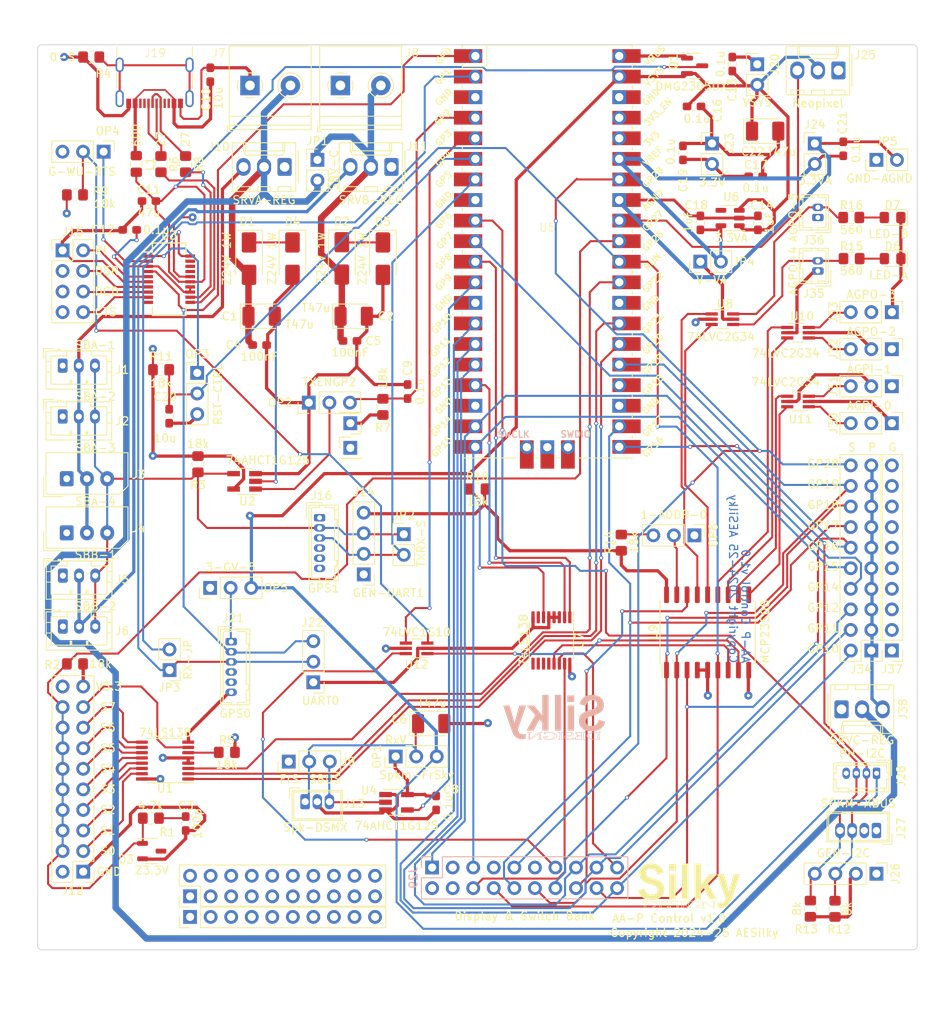
<source format=kicad_pcb>
(kicad_pcb (version 20221018) (generator pcbnew)
  (title_block (title "Ack-Rover Controller") (date "2024-11-04") (rev "1.0") (company "SilkyDESIGN - AES") (comment 1 "Copyright 2024, AES"))
  (layers (0 "F.Cu" signal) (1 "In1.Cu" signal) (2 "In2.Cu" signal) (31 "B.Cu" signal) (34 "B.Paste" user) (35 "F.Paste" user) (36 "B.SilkS" user "B.Silkscreen") (37 "F.SilkS" user "F.Silkscreen") (38 "B.Mask" user) (39 "F.Mask" user) (44 "Edge.Cuts" user))
  (net 0 "")
  (net 1 "GND")
  (net 2 "GNDA")
  (net 3 "+3.3VA")
  (net 4 "/VBUS_IN")
  (net 5 "VS-BA")
  (net 6 "VS-BB")
  (net 7 "/VBUS_IF")
  (net 8 "+3.3V")
  (net 9 "Net-(C3-Pad2)")
  (net 10 "/SB_TX_EN-")
  (net 11 "/RESET-")
  (net 12 "Net-(D1-K)")
  (net 13 "Net-(D6-A)")
  (net 14 "Net-(D7-A)")
  (net 15 "/UART0_RX")
  (net 16 "/UART0_TX")
  (net 17 "/RI-")
  (net 18 "/DCD-")
  (net 19 "/DSR-")
  (net 20 "/CTS-")
  (net 21 "/SBA_RP")
  (net 22 "/UART1_RX")
  (net 23 "/SBB_RP")
  (net 24 "/DISP_CS-")
  (net 25 "/TCH_IRQ-")
  (net 26 "/TCH_CS-")
  (net 27 "/S0-")
  (net 28 "/SENS_RD-")
  (net 29 "/S1-")
  (net 30 "/S2-")
  (net 31 "/S3-")
  (net 32 "/S4-")
  (net 33 "/S5-")
  (net 34 "/S6-")
  (net 35 "/S7-")
  (net 36 "/I2C0_SCL")
  (net 37 "/I2C0_SDA")
  (net 38 "/RCVR_RX")
  (net 39 "/RxPWR")
  (net 40 "/BD_ADDR")
  (net 41 "VSYS")
  (net 42 "/DTR-")
  (net 43 "/RTS-")
  (net 44 "/WAKEUP-")
  (net 45 "/VBUS")
  (net 46 "Net-(U3-USBDP)")
  (net 47 "Net-(U3-USBDM)")
  (net 52 "/EXIO_CS-")
  (net 53 "/EX_IRQ-")
  (net 54 "/WU_IRQ")
  (net 55 "/UART1_TX")
  (net 56 "/CS_A0")
  (net 57 "/RCVR_IN")
  (net 58 "/CS_A1")
  (net 59 "/SENS_A0")
  (net 60 "/SENS_A1")
  (net 61 "/SENS_A2")
  (net 62 "/NOCS-")
  (net 63 "Net-(D2-K)")
  (net 64 "/GP27A1_NEOPXL")
  (net 65 "/GP14_RE_A")
  (net 66 "/GP15_RE_B")
  (net 67 "/GP28A2_SWMX")
  (net 68 "/GP17_D_D{slash}C-")
  (net 69 "/GP19_DE_MOSI")
  (net 70 "/GP18_DE_SCK")
  (net 71 "/GP12_SPI1_MI")
  (net 72 "/AGP6_DISPBL")
  (net 73 "/GP11_SPI1_MO")
  (net 74 "/GP16_DE_MISO")
  (net 75 "/GP10_SPI1_CK")
  (net 76 "Net-(J30-Pin_3)")
  (net 77 "Net-(J31-Pin_3)")
  (net 78 "Net-(J1-Pin_3)")
  (net 79 "Net-(OP2-C)")
  (net 80 "Net-(OP6-B)")
  (net 81 "Net-(U1-E3)")
  (net 82 "Net-(U7-E3)")
  (net 92 "/AUX_GPO4")
  (net 93 "/AUX_GPO5")
  (net 94 "/AUX_GPI0")
  (net 95 "/AUX_GPI1")
  (net 96 "/AUX_GPO2")
  (net 97 "/AUX_GPO3")
  (net 98 "/SBC_RP")
  (net 102 "Net-(J19-D+-PadA6)")
  (net 103 "Net-(J19-D--PadA7)")
  (net 107 "Net-(J19-SHIELD-PadSH1)")
  (net 108 "Net-(J21-Pin_1)")
  (net 111 "Net-(J32-Pin_3)")
  (net 112 "Net-(J33-Pin_3)")
  (net 113 "Net-(J35-Pin_2)")
  (net 114 "Net-(J36-Pin_2)")
  (net 115 "Net-(JP3-B)")
  (net 116 "Net-(U3-3V3OUT)")
  (footprint "Connector_Wuerth:Wuerth_WR-WTB_64800411622_1x04_P1.50mm_Vertical" (layer "F.Cu") (at 193.334 131.572 180)
    (fp_text reference "J27")
    (fp_text value "JST-B4B-ZR 4P 1.5")
  )
  (footprint "LED_SMD:LED_0805_2012Metric_Pad1.15x1.40mm_HandSolder" (layer "F.Cu") (at 195.326 55.88 180)
    (fp_text reference "D7")
    (fp_text value "LED-B")
  )
  (footprint "Resistor_SMD:R_0805_2012Metric_Pad1.20x1.40mm_HandSolder" (layer "F.Cu") (at 132.334 79.264 90)
    (fp_text reference "R7")
    (fp_text value "18k")
  )
  (footprint "Connector_PinHeader_2.54mm:PinHeader_1x04_P2.54mm_Vertical" (layer "F.Cu") (at 193.334 136.906 -90)
    (fp_text reference "J26")
    (fp_text value "HDR 1x4 Pin" hide)
  )
  (footprint "Connector_PinHeader_2.54mm:PinHeader_1x02_P2.54mm_Vertical" (layer "F.Cu") (at 171.570709 61.333099 90)
    (fp_text reference "JP4")
    (fp_text value "HDR 1x2 Pin" hide)
  )
  (footprint "Connector_PinHeader_2.54mm:PinHeader_1x04_P2.54mm_Vertical" (layer "F.Cu") (at 129.961 99.949 180)
    (fp_text reference "J14")
    (fp_text value "Conn_01x04")
  )
  (footprint "Connector_PinHeader_2.54mm:PinHeader_1x02_P2.54mm_Vertical" (layer "F.Cu") (at 134.914 94.991)
    (fp_text reference "JP2")
    (fp_text value "HDR 1x2 Pin" hide)
  )
  (footprint "Capacitor_SMD:C_0603_1608Metric_Pad1.08x0.95mm_HandSolder" (layer "F.Cu") (at 110.998 38.2535 -90)
    (fp_text reference "C10")
    (fp_text value "10u")
  )
  (footprint "Resistor_SMD:R_0805_2012Metric_Pad1.20x1.40mm_HandSolder" (layer "F.Cu") (at 104.918 74.676)
    (fp_text reference "R11")
    (fp_text value "18k")
  )
  (footprint "Resistor_SMD:R_0805_2012Metric_Pad1.20x1.40mm_HandSolder" (layer "F.Cu") (at 96.282 36.068)
    (fp_text reference "R4")
    (fp_text value "0-S")
  )
  (footprint "Connector_Molex:Molex_KK-254_AE-6410-03A_1x03_P2.54mm_Vertical" (layer "F.Cu") (at 120.182 49.637 180)
    (fp_text reference "J10")
    (fp_text value "Molex KK-254 AE-6410_1x03" hide)
  )
  (footprint "Connector_Wuerth:Wuerth_WR-WTB_64800311622_1x03_P1.50mm_Vertical" (layer "F.Cu") (at 122.722 128.016)
    (fp_text reference "J13")
    (fp_text value "JST-B3B-ZR 3 Pin 1.5" hide)
  )
  (footprint "AES_Library:SILKY-DESIGN-logo-0_50-AES" (layer "F.Cu") (at 170.22 138.43)
    (fp_text reference "G1" hide)
    (fp_text value "LOGO" hide)
  )
  (footprint "Capacitor_Tantalum_SMD:CP_EIA-3528-21_Kemet-B_Pad1.50x2.35mm_HandSolder" (layer "F.Cu") (at 179.578 45.212)
    (fp_text reference "C22")
    (fp_text value "T47u")
  )
  (footprint "Package_TO_SOT_SMD:SOT-23" (layer "F.Cu") (at 170.8635 37.15)
    (fp_text reference "Q1")
    (fp_text value "DMG2305UX")
  )
  (footprint "Package_TO_SOT_SMD:SOT-363_SC-70-6_Handsoldering" (layer "F.Cu") (at 183.642 70.104)
    (fp_text reference "U10")
    (fp_text value "74LVC2G34")
  )
  (footprint "Resistor_SMD:R_0805_2012Metric_Pad1.20x1.40mm_HandSolder" (layer "F.Cu") (at 113.046 121.92 180)
    (fp_text reference "R5")
    (fp_text value "18k")
  )
  (footprint "Diode_SMD:D_SMA" (layer "F.Cu") (at 132.334 60.96 -90)
    (fp_text reference "D5")
    (fp_text value "Z24V 1W")
  )
  (footprint "Capacitor_SMD:C_0603_1608Metric_Pad1.08x0.95mm_HandSolder" (layer "F.Cu") (at 128.27 71.12)
    (fp_text reference "C5")
    (fp_text value "100nF")
  )
  (footprint "Connector_PinHeader_2.54mm:PinHeader_1x03_P2.54mm_Vertical" (layer "F.Cu") (at 170.84 95.123 -90)
    (fp_text reference "OP6")
    (fp_text value "HDR 1x3 Pin" hide)
  )
  (footprint "Resistor_SMD:R_0805_2012Metric_Pad1.20x1.40mm_HandSolder" (layer "F.Cu") (at 94.274 110.998 180)
    (fp_text reference "R2")
    (fp_text value "18k")
  )
  (footprint "Connector_PinHeader_2.54mm:PinHeader_1x03_P2.54mm_Vertical" (layer "F.Cu") (at 109.387 75.072)
    (fp_text reference "OP3")
    (fp_text value "HDR 1x3 Pin" hide)
  )
  (footprint "Connector_PinHeader_2.54mm:PinHeader_1x03_P2.54mm_Vertical" (layer "F.Cu") (at 123.17982 78.741539 90)
    (fp_text reference "OP2")
    (fp_text value "HDR 1x3 Pin" hide)
  )
  (footprint "Capacitor_SMD:C_0603_1608Metric_Pad1.08x0.95mm_HandSolder" (layer "F.Cu") (at 171.57 56.5415 90)
    (fp_text reference "C18")
    (fp_text value "1uF")
  )
  (footprint "MountingHole:MountingHole_3.2mm_M3_ISO7380" (layer "F.Cu") (at 93.218 40.894)
    (fp_text reference "H4" hide)
    (fp_text value "M3")
  )
  (footprint "AES_Library:AES-TermBlock-2POS-5mm-Horz" (layer "F.Cu") (at 127.06 39.668)
    (fp_text reference "J8")
    (fp_text value "SCRW-TERM 2")
  )
  (footprint "Package_TO_SOT_SMD:SOT-23-5" (layer "F.Cu") (at 175.2475 55.946 180)
    (fp_text reference "U6")
    (fp_text value "TLV70033_SOT23-5" hide)
  )
  (footprint "Capacitor_SMD:C_0603_1608Metric_Pad1.08x0.95mm_HandSolder" (layer "F.Cu") (at 138.914 128.1695 -90)
    (fp_text reference "C8")
    (fp_text value "0.1u")
  )
  (footprint "LED_SMD:LED_0805_2012Metric_Pad1.15x1.40mm_HandSolder" (layer "F.Cu") (at 195.335 60.96 180)
    (fp_text reference "D6")
    (fp_text value "LED-A")
  )
  (footprint "Resistor_SMD:R_0805_2012Metric_Pad1.20x1.40mm_HandSolder" (layer "F.Cu") (at 109.474 86.344 90)
    (fp_text reference "R3")
    (fp_text value "18k")
  )
  (footprint "Package_TO_SOT_SMD:SOT-23-5_HandSoldering" (layer "F.Cu") (at 115.236 88.458 180)
    (fp_text reference "U2")
    (fp_text value "74AHCT1G125")
  )
  (footprint "Package_TO_SOT_SMD:SOT-23-3" (layer "F.Cu") (at 103.7645 134.112)
    (fp_text reference "D3")
    (fp_text value "Z3.3V")
  )
  (footprint "Connector_PinHeader_2.54mm:PinHeader_1x02_P2.54mm_Vertical" (layer "F.Cu") (at 124.246 48.763)
    (fp_text reference "JP1")
    (fp_text value "HDR 1x2 Pin" hide)
  )
  (footprint "Connector_PinHeader_2.54mm:PinHeader_1x03_P2.54mm_Vertical" (layer "F.Cu") (at 123.738 113.269 180)
    (fp_text reference "J22")
    (fp_text value "HDR 1x3 Pin" hide)
  )
  (footprint "Connector_PinHeader_2.54mm:PinHeader_1x02_P2.54mm_Vertical" (layer "F.Cu") (at 105.958 111.76 180)
    (fp_text reference "JP3")
    (fp_text value "HDR 1x2 Pin" hide)
  )
  (footprint "Resistor_SMD:R_0805_2012Metric_Pad1.20x1.40mm_HandSolder" (layer "F.Cu") (at 144.018 89.408 180)
    (fp_text reference "R10")
    (fp_text value "18k")
  )
  (footprint "Package_SO:TSSOP-16_4.4x5mm_P0.65mm" (layer "F.Cu") (at 153.162 108.104 -90)
    (fp_text reference "U7")
    (fp_text value "74LS138")
  )
  (footprint "Connector_PinHeader_2.54mm:PinHeader_1x01_P2.54mm_Vertical" (layer "F.Cu") (at 128.31 81.28 180)
    (fp_text reference "J17" hide)
    (fp_text value "HDR 1 Pin" hide)
  )
  (footprint "Connector_PinHeader_2.54mm:PinHeader_1x10_P2.54mm_Vertical" (layer "F.Cu") (at 195.239 109.347 180)
    (fp_text reference "J37")
    (fp_text value "HDR 1x10")
  )
  (footprint "Connector_Molex:Molex_KK-254_AE-6410-03A_1x03_P2.54mm_Vertical" (layer "F.Cu") (at 188.635 37.719 180)
    (fp_text reference "J25")
    (fp_text value "HR DF13-3P" hide)
  )
  (footprint "Connector_Molex:Molex_SPOX_5267-03A_1x03_P2.50mm_Vertical" (layer "F.Cu") (at 93.258 94.8176)
    (fp_text reference "J4")
    (fp_text value "Molex SP-3 2.5" hide)
  )
  (footprint "Connector_PinHeader_2.54mm:PinHeader_2x04_P2.54mm_Vertical" (layer "F.Cu") (at 92.745 59.944)
    (fp_text reference "J15")
    (fp_text value "HDR 2x4 Pin Odd/Even")
  )
  (footprint "Connector_PinHeader_2.54mm:PinHeader_1x03_P2.54mm_Vertical" (layer "F.Cu") (at 97.815 47.752 -90)
    (fp_text reference "OP4")
    (fp_text value "HDR 1x3 Pin")
  )
  (footprint "Connector_PinHeader_2.54mm:PinHeader_1x02_P2.54mm_Vertical" (layer "F.Cu") (at 185.714 46.736)
    (fp_text reference "J24")
    (fp_text value "HDR 1x2 Pin" hide)
  )
  (footprint "Resistor_SMD:R_0805_2012Metric_Pad1.20x1.40mm_HandSolder" (layer "F.Cu") (at 104.902 49.292 -90)
    (fp_text reference "R6")
    (fp_text value "27")
  )
  (footprint "AES_Library:AES-USB_C-Molex-BdTopMnt-2171790001" (layer "F.Cu") (at 104.118156 38.097242 180)
    (fp_text reference "J19")
    (fp_text value "USB-C-Conn")
  )
  (footprint "Connector_PinHeader_2.54mm:PinHeader_1x03_P2.54mm_Vertical" (layer "F.Cu") (at 133.913 122.428 90)
    (fp_text reference "OP1")
    (fp_text value "HDR 1x3 Pin")
  )
  (footprint "Capacitor_Tantalum_SMD:CP_EIA-3528-21_Kemet-B_Pad1.50x2.35mm_HandSolder" (layer "F.Cu") (at 117.3475 68.072)
    (fp_text reference "C1")
    (fp_text value "T47u")
  )
  (footprint "Connector_PinHeader_2.54mm:PinHeader_2x10_P2.54mm_Vertical" (layer "F.Cu") (at 108.503 139.7 90)
    (fp_text reference "SPARE2" hide)
    (fp_text value "PinHeader_2x10_P2.54mm_Vertical")
  )
  (footprint "Connector_PinHeader_2.54mm:PinHeader_1x03_P2.54mm_Vertical" (layer "F.Cu") (at 195.239 72.136 -90)
    (fp_text reference "J32")
    (fp_text value "HDR 1x3 Pin" hide)
  )
  (footprint "Connector_Molex:Molex_KK-254_AE-6410-03A_1x03_P2.54mm_Vertical" (layer "F.Cu") (at 189.016 116.606)
    (fp_text reference "J38")
    (fp_text value "Molex KK-254 AE-6410_1x03" hide)
  )
  (footprint "Resistor_SMD:R_0805_2012Metric_Pad1.20x1.40mm_HandSolder" (layer "F.Cu") (at 103.659 130.048)
    (fp_text reference "R1")
    (fp_text value "4.7k")
  )
  (footprint "Capacitor_SMD:C_0603_1608Metric_Pad1.08x0.95mm_HandSolder" (layer "F.Cu") (at 169.418 47.9055 -90)
    (fp_text reference "C19")
    (fp_text value "0.1u")
  )
  (footprint "Package_TO_SOT_SMD:SOT-23-5_HandSoldering" (layer "F.Cu") (at 134.008 128.082)
    (fp_text reference "U4")
    (fp_text value "74AHCT1G125")
  )
  (footprint "Capacitor_SMD:C_0603_1608Metric_Pad1.08x0.95mm_HandSolder" (layer "F.Cu") (at 170.7885 42.164)
    (fp_text reference "C16")
    (fp_text value "0.1u")
  )
  (footprint "Connector_PinHeader_2.54mm:PinHeader_1x03_P2.54mm_Vertical" (layer "F.Cu") (at 195.239 81.28 -90)
    (fp_text reference "J30")
    (fp_text value "HDR 1x3 Pin")
  )
  (footprint "Connector_PinHeader_2.54mm:PinHeader_1x03_P2.54mm_Vertical" (layer "F.Cu") (at 195.239 76.708 -90)
    (fp_text reference "J31")
    (fp_text value "HDR 1x3 Pin")
  )
  (footprint "AES_Library:AES-RPi_Pico_SMD_TH" (layer "F.Cu") (at 152.648 57.622)
    (fp_text reference "U5")
    (fp_text value "AES-Pico")
  )
  (footprint "Package_SO:SOIC-18W_7.5x11.6mm_P1.27mm" (layer "F.Cu") (at 172.466 107.11 90)
    (fp_text reference "U9")
    (fp_text value "AES-MCP23S08-E/SO" hide)
  )
  (footprint "Resistor_SMD:R_0805_2012Metric_Pad1.20x1.40mm_HandSolder" (layer "F.Cu") (at 185.166 141.224 -90)
    (fp_text reference "R13")
    (fp_text value "8k")
  )
  (footprint "Connector_PinHeader_2.54mm:PinHeader_1x02_P2.54mm_Vertical" (layer "F.Cu") (at 178.602 36.957)
    (fp_text reference "J20")
    (fp_text value "HDR 1x2 Pin")
  )
  (footprint "Connector_PinHeader_2.54mm:PinHeader_1x03_P2.54mm_Vertical" (layer "F.Cu") (at 110.974912 101.610729 90)
    (fp_text reference "OP5")
    (fp_text value "HDR 1x3 Pin" hide)
  )
  (footprint "Capacitor_SMD:C_0603_1608Metric_Pad1.08x0.95mm_HandSolder" (layer "F.Cu") (at 107.961 130.7095 90)
    (fp_text reference "C3")
    (fp_text value "100p")
  )
  (footprint "Connector_PinHeader_2.54mm:PinHeader_1x10_P2.54mm_Vertical" (layer "F.Cu") (at 108.503 142.24 90)
    (fp_text reference "SPARE1" hide)
    (fp_text value "PinHeader_1x10_P2.54mm_Vertical")
  )
  (footprint "MountingHole:MountingHole_3.2mm_M3_ISO7380" (layer "F.Cu") (at 194.818 142.494)
    (fp_text reference "H2" hide)
    (fp_text value "M3")
  )
  (footprint "Capacitor_SMD:C_0603_1608Metric_Pad1.08x0.95mm_HandSolder" (layer "F.Cu") (at 135.382 77.3695 90)
    (fp_text reference "C9")
    (fp_text value "0.1u")
  )
  (footprint "Inductor_SMD:L_0805_2012Metric_Pad1.15x1.40mm_HandSolder" (layer "F.Cu") (at 101.854 49.267 -90)
    (fp_text reference "L1")
    (fp_text value "600RJ0.5A")
  )
  (footprint "Diode_SMD:D_SMA" (layer "F.Cu") (at 121.158 60.96 -90)
    (fp_text reference "D4")
    (fp_text value "Z24V 1W")
  )
  (footprint "Connector_PinHeader_2.54mm:PinHeader_1x03_P2.54mm_Vertical" (layer "F.Cu") (at 120.69 123.063 90)
    (fp_text reference "J9")
    (fp_text value "HDR 1x3 Pin" hide)
  )
  (footprint "Resistor_SMD:R_0805_2012Metric_Pad1.20x1.40mm_HandSolder" (layer "F.Cu") (at 107.95 49.292 -90)
    (fp_text reference "R8")
    (fp_text value "27")
  )
  (footprint "Connector_Molex:Molex_SPOX_5267-03A_1x03_P2.50mm_Vertical" (layer "F.Cu") (at 93.258 88.1344)
    (fp_text reference "J3")
    (fp_text value "Molex SP-3 2.5" hide)
  )
  (footprint "Connector_Hirose:Hirose_DF13-04P-1.25DSA_1x04_P1.25mm_Vertical" (layer "F.Cu") (at 193.348173 124.502976 180)
    (fp_text reference "J28")
    (fp_text value "HR-DF13-4P 1.25" hide)
  )
  (footprint "Connector_Hirose:Hirose_DF13-02P-1.25DSA_1x02_P1.25mm_Vertical" (layer "F.Cu") (at 186.095 62.484 90)
    (fp_text reference "J35")
    (fp_text value "HR DF13-2P" hide)
  )
  (footprint "Capacitor_Tantalum_SMD:CP_EIA-3528-21_Kemet-B_Pad1.50x2.35mm_HandSolder" (layer "F.Cu") (at 128.7255 68.072)
    (fp_text reference "C2")
    (fp_text value "T47u")
  )
  (footprint "Capacitor_SMD:C_0603_1608Metric_Pad1.08x0.95mm_HandSolder" (layer "F.Cu") (at 103.418 53.848)
    (fp_text reference "C11")
    (fp_text value "47u")
  )
  (footprint "Resistor_SMD:R_0805_2012Metric_Pad1.20x1.40mm_HandSolder" (layer "F.Cu") (at 161.798 96.028 90)
    (fp_text reference "R14")
    (fp_text value "18k")
  )
  (footprint "Capacitor_SMD:C_0603_1608Metric_Pad1.08x0.95mm_HandSolder" (layer "F.Cu") (at 178.4085 50.8)
    (fp_text reference "C17")
    (fp_text value "0.1u")
  )
  (footprint "Diode_SMD:D_SMA" (layer "F.Cu") (at 127.254 60.928 -90)
    (fp_text reference "D2")
    (fp_text value "Z24V 1W")
  )
  (footprint "Capacitor_SMD:C_0603_1608Metric_Pad1.08x0.95mm_HandSolder" (layer "F.Cu") (at 178.682 56.5415 90)
    (fp_text reference "C14")
    (fp_text value "1uF")
  )
  (footprint "Connector_PinHeader_2.54mm:PinHeader_1x03_P2.54mm_Vertical" (layer "F.Cu") (at 195.239 67.564 -90)
    (fp_text reference "J33")
    (fp_text value "HDR 1x3 Pin" hide)
  )
  (footprint "Connector_PinHeader_2.54mm:PinHeader_1x02_P2.54mm_Vertical" (layer "F.Cu") (at 173.014 46.736)
    (fp_text reference "J23")
    (fp_text value "HDR 1x2 Pin" hide)
  )
  (footprint "Connector_PinHeader_2.54mm:PinHeader_1x01_P2.54mm_Vertical" (layer "F.Cu") (at 128.31 84.328)
    (fp_text reference "J18" hide)
    (fp_text value "HDR 1 Pin" hide)
  )
  (footprint "Connector_PinHeader_2.54mm:PinHeader_2x10_P2.54mm_Vertical" (layer "F.Cu") (at 95.29 136.652 180)
    (fp_text reference "J12")
    (fp_text value "20-RBN" hide)
  )
  (footprint "Package_SO:SSOP-20_3.9x8.7mm_P0.635mm" (layer "F.Cu") (at 105.918 63.5)
    (fp_text reference "U3")
    (fp_text value "FT231XS")
  )
  (footprint "Package_TO_SOT_SMD:SOT-363_SC-70-6_Handsoldering" (layer "F.Cu") (at 136.502 109.078 180)
    (fp_text reference "U12")
    (fp_text value "74LVC1G10")
  )
  (footprint "MountingHole:MountingHole_3.2mm_M3_ISO7380" (layer "F.Cu") (at 194.818 40.894)
    (fp_text reference "H3" hide)
    (fp_text value "M3")
  )
  (footprint "Package_TO_SOT_SMD:SOT-363_SC-70-6_Handsoldering" (layer "F.Cu") (at 174.304 68.438)
    (fp_text reference "U8")
    (fp_text value "74LVC2G34")
  )
  (footprint "Connector_PinHeader_2.54mm:PinHeader_1x02_P2.54mm_Vertical" (layer "F.Cu") (at 193.329 48.768 90)
    (fp_text reference "JP5")
    (fp_text value "HDR 1x2 Pin" hide)
  )
  (footprint "Capacitor_SMD:C_0603_1608Metric_Pad1.08x0.95mm_HandSolder" (layer "F.Cu") (at 105.918 80.4175 90)
    (fp_text reference "C20")
    (fp_text value "10u")
  )
  (footprint "Resistor_SMD:R_0805_2012Metric_Pad1.20x1.40mm_HandSolder" (layer "F.Cu") (at 190.221 55.88 180)
    (fp_text reference "R16")
    (fp_text value "560")
  )
  (footprint "MountingHole:MountingHole_3.2mm_M3_ISO7380" (layer "F.Cu") (at 93.218 142.494)
    (fp_text reference "H1" hide)
    (fp_text value "M3")
  )
  (footprint "Diode_SMD:D_SMA" (layer "F.Cu") (at 115.7875 60.96 -90)
    (fp_text reference "D1")
    (fp_text value "Z24V 1W")
  )
  (footprint "Connector_Molex:Molex_KK-254_AE-6410-03A_1x03_P2.54mm_Vertical" (layer "F.Cu") (at 133.39 49.637 180)
    (fp_text reference "J11")
    (fp_text value "Molex KK-254 AE-6410_1x03" hide)
  )
  (footprint "Resistor_SMD:R_0805_2012Metric_Pad1.20x1.40mm_HandSolder" (layer "F.Cu") (at 190.262 60.96 180)
    (fp_text reference "R15")
    (fp_text value "560")
  )
  (footprint "Connector_Hirose:Hirose_DF13-06P-1.25DSA_1x06_P1.25mm_Vertical" (layer "F.Cu") (at 113.586 108.254 -90)
    (fp_text reference "J21")
    (fp_text value "HR-DF13-6P" hide)
  )
  (footprint "Connector_Hirose:Hirose_DF13-02P-1.25DSA_1x02_P1.25mm_Vertical" (layer "F.Cu") (at 186.095 55.88 90)
    (fp_text reference "J36")
    (fp_text value "HR DF13-2P" hide)
  )
  (footprint "Connector_PinHeader_2.54mm:PinHeader_2x10_P2.54mm_Vertical" (layer "F.Cu") (at 192.699 109.347 180)
    (fp_text reference "J34")
    (fp_text value "HDR 2x10 Odd/Even")
  )
  (footprint "Capacitor_SMD:C_0603_1608Metric_Pad1.08x0.95mm_HandSolder" (layer "F.Cu") (at 101.0315 57.404 180)
    (fp_text reference "C12")
    (fp_text value "0.1u")
  )
  (footprint "Connector_JST:JST_PH_B3B-PH-K_1x03_P2.00mm_Vertical" (layer "F.Cu") (at 92.782 106.384)
    (fp_text reference "J6")
    (fp_text value "JST PH-3 2.0" hide)
  )
  (footprint "Capacitor_SMD:C_0603_1608Metric_Pad1.08x0.95mm_HandSolder" (layer "F.Cu") (at 175.514 36.9305 -90)
    (fp_text reference "C13")
    (fp_text value "0.1u")
  )
  (footprint "Connector_JST:JST_PH_B3B-PH-K_1x03_P2.00mm_Vertical" (layer "F.Cu") (at 92.782 100.1008)
    (fp_text reference "J5")
    (fp_text value "JST PH-3 2.0" hide)
  )
  (footprint "Resistor_SMD:R_0805_2012Metric_Pad1.20x1.40mm_HandSolder" (layer "F.Cu") (at 188.214 141.24 -90)
    (fp_text reference "R12")
    (fp_text value "8k")
  )
  (footprint "AES_Library:AES-TermBlock-2POS-5mm-Horz" (layer "F.Cu") (at 115.884 39.668)
    (fp_text reference "J7")
    (fp_text value "SCRW-TERM 2")
  )
  (footprint "Connector_JST:JST_PH_B3B-PH-K_1x03_P2.00mm_Vertical" (layer "F.Cu") (at 92.75 74.168)
    (fp_text reference "J1")
    (fp_text value "JST PH-3 2.0" hide)
  )
  (footprint "Capacitor_SMD:C_0603_1608Metric_Pad1.08x0.95mm_HandSolder" (layer "F.Cu") (at 189.23 47.3975 90)
    (fp_text reference "C21")
    (fp_text value "0.1u")
  )
  (footprint "Package_TO_SOT_SMD:SOT-363_SC-70-6_Handsoldering" (layer "F.Cu") (at 183.642 78.598 180)
    (fp_text reference "U11")
    (fp_text value "74LVC2G34")
  )
  (footprint "Package_SO:TSSOP-16_4.4x5mm_P0.65mm" (layer "F.Cu") (at 105.41 122.936 180)
    (fp_text reference "U1")
    (fp_text value "74LS138")
  )
  (footprint "Resistor_SMD:R_0805_2012Metric_Pad1.20x1.40mm_HandSolder" (layer "F.Cu") (at 94.274 53.086)
    (fp_text reference "R9")
    (fp_text value "18k")
  )
  (footprint "Capacitor_SMD:C_0603_1608Metric_Pad1.08x0.95mm_HandSolder" (layer "F.Cu") (at 117.094 71.628)
    (fp_text reference "C4")
    (fp_text value "100nF")
  )
  (footprint "Capacitor_Tantalum_SMD:CP_EIA-3528-21_Kemet-B_Pad1.50x2.35mm_HandSolder" (layer "F.Cu") (at 138.305 118.364)
    (fp_text reference "C6")
    (fp_text value "T47u")
  )
  (footprint "Connector_Hirose:Hirose_DF13-06P-1.25DSA_1x06_P1.25mm_Vertical" (layer "F.Cu") (at 124.507909 92.950805 -90)
    (fp_text reference "J16")
    (fp_text value "HR-DF13_6P" hide)
  )
  (footprint "Connector_JST:JST_PH_B3B-PH-K_1x03_P2.00mm_Vertical" (layer "F.Cu") (at 92.75 80.4512)
    (fp_text reference "J2")
    (fp_text value "JST PH-3 2.0" hide)
  )
  (footprint "AES_Library:SILKY-DESIGN-logo-0_50-AES" (layer "B.Cu") (at 153.456 117.602 180)
    (fp_text reference "G1" hide)
    (fp_text value "LOGO" hide)
  )
  (footprint "Connector_PinHeader_2.54mm:PinHeader_2x10_P2.54mm_Vertical" (layer "B.Cu") (at 138.4192 136.144 -90)
    (fp_text reference "J29")
    (fp_text value "HDR 2x10 Odd/Even" hide)
  )
  (gr_line (start 89.662 145.796) (end 89.662 35.052) (stroke (width 0.1)) (layer "Edge.Cuts"))
  (gr_line (start 90.17 34.544) (end 197.866 34.544) (stroke (width 0.1)) (layer "Edge.Cuts"))
  (gr_arc (start 197.866 34.544) (mid 198.22521 34.69279) (end 198.374 35.052) (stroke (width 0.1)) (layer "Edge.Cuts"))
  (gr_arc (start 89.662 35.052) (mid 89.81079 34.69279) (end 90.17 34.544) (stroke (width 0.1)) (layer "Edge.Cuts"))
  (gr_line (start 197.866 146.304) (end 90.17 146.304) (stroke (width 0.1)) (layer "Edge.Cuts"))
  (gr_line (start 198.374 35.052) (end 198.374 145.796) (stroke (width 0.1)) (layer "Edge.Cuts"))
  (gr_arc (start 90.17 146.304) (mid 89.81079 146.15521) (end 89.662 145.796) (stroke (width 0.1)) (layer "Edge.Cuts"))
  (gr_arc (start 198.374 145.796) (mid 198.22521 146.15521) (end 197.866 146.304) (stroke (width 0.1)) (layer "Edge.Cuts"))
  (gr_text "AA-P Control v1.0" (at 176.57 110.998 -90) (layer "B.Cu") (effects (font (size 1 1)) (justify left bottom mirror)))
  (gr_text "Copyright 2024-25 AESilky" (at 175.046 110.998 -90) (layer "B.Cu") (effects (font (size 1 1)) (justify left bottom mirror)))
  (gr_text "GP12" (at 184.698 104.648) (layer "F.SilkS") (effects (font (size 1 1)) (justify left bottom)))
  (gr_text "GP10" (at 184.698 109.728) (layer "F.SilkS") (effects (font (size 1 1)) (justify left bottom)))
  (gr_text "GP19" (at 184.698 89.408) (layer "F.SilkS") (effects (font (size 1 1)) (justify left bottom)))
  (gr_text "GP11" (at 184.698 107.188) (layer "F.SilkS") (effects (font (size 1 1)) (justify left bottom)))
  (gr_text "S  P  G" (at 192.826 84.836) (layer "F.SilkS") (effects (font (size 1 1)) (justify bottom)))
  (gr_text "AA-P Control v1.0" (at 160.568 143.002) (layer "F.SilkS") (effects (font (size 1 1)) (justify left bottom)))
  (gr_text "GP17" (at 184.698 94.488) (layer "F.SilkS") (effects (font (size 1 1)) (justify left bottom)))
  (gr_text "GP14" (at 184.698 102.108) (layer "F.SilkS") (effects (font (size 1 1)) (justify left bottom)))
  (gr_text "GP16" (at 184.698 97.028) (layer "F.SilkS") (effects (font (size 1 1)) (justify left bottom)))
  (gr_text "GP15" (at 184.698 99.568) (layer "F.SilkS") (effects (font (size 1 1)) (justify left bottom)))
  (gr_text "Copyright 2024-25 AESilky" (at 160.314 144.78) (layer "F.SilkS") (effects (font (size 1 1)) (justify left bottom)))
  (gr_text "GP18" (at 184.698 91.948) (layer "F.SilkS") (effects (font (size 1 1)) (justify left bottom)))
  (gr_text "GP28" (at 184.698 86.868) (layer "F.SilkS") (effects (font (size 1 1)) (justify left bottom)))
  (segment (start 101.132 130.81) (end 101.132 129.54) (width 0.4) (layer "F.Cu") (net 1))
  (segment (start 116.586 87.508) (end 121.898 87.508) (width 0.4) (layer "F.Cu") (net 1))
  (segment (start 152.837 105.2415) (end 152.837 106.520673) (width 0.4) (layer "F.Cu") (net 1))
  (segment (start 108.334 119.504) (end 108.302 119.504) (width 0.4) (layer "F.Cu") (net 1))
  (segment (start 97.102 42.504) (end 97.102 37.888) (width 0.4) (layer "F.Cu") (net 1))
  (segment (start 172.466 114.868) (end 172.502 114.904) (width 0.4) (layer "F.Cu") (net 1))
  (segment (start 102.5155 53.848) (end 102.5155 54.9175) (width 0.4) (layer "F.Cu") (net 1))
  (segment (start 100.102 43.304) (end 97.902 43.304) (width 0.4) (layer "F.Cu") (net 1))
  (segment (start 107.348203 55.857797) (end 106.502 56.704) (width 0.25) (layer "F.Cu") (net 1))
  (segment (start 132.334 67.472) (end 131.702 68.104) (width 0.4) (layer "F.Cu") (net 1))
  (segment (start 123.19 78.74) (end 123.19 76.416) (width 0.4) (layer "F.Cu") (net 1))
  (segment (start 95.282 36.068) (end 92.941069 36.068) (width 0.4) (layer "F.Cu") (net 1))
  (segment (start 152.837 106.520673) (end 150.887 106.520673) (width 0.4) (layer "F.Cu") (net 1))
  (segment (start 181.203 47.203) (end 181.203 45.212) (width 0.4) (layer "F.Cu") (net 1))
  (segment (start 179.271 50.8) (end 179.271 49.135) (width 0.4) (layer "F.Cu") (net 1))
  (segment (start 172.974 68.438) (end 171.378 68.438) (width 0.4) (layer "F.Cu") (net 1))
  (segment (start 121.158 64.248) (end 118.9725 66.4335) (width 0.4) (layer "F.Cu") (net 1))
  (segment (start 132.658 127.132) (end 133.838 127.132) (width 0.4) (layer "F.Cu") (net 1))
  (segment (start 183.512 64.646) (end 185.674 62.484) (width 0.4) (layer "F.Cu") (net 1))
  (segment (start 175.102 48.104) (end 180.302 48.104) (width 0.4) (layer "F.Cu") (net 1))
  (segment (start 100.267553 63.8175) (end 100.296321 63.8175) (width 0.25) (layer "F.Cu") (net 1))
  (segment (start 109.902 37.704) (end 110.215 37.391) (width 0.25) (layer "F.Cu") (net 1))
  (segment (start 101.132 129.54) (end 101.968 128.704) (width 0.4) (layer "F.Cu") (net 1))
  (segment (start 137.842 130.104) (end 133.73 130.104) (width 0.4) (layer "F.Cu") (net 1))
  (segment (start 92.71 58.896) (end 92.71 59.944) (width 0.4) (layer "F.Cu") (net 1))
  (segment (start 94.102 57.504) (end 92.71 58.896) (width 0.4) (layer "F.Cu") (net 1))
  (segment (start 132.289 129.401) (end 125.241 129.401) (width 0.4) (layer "F.Cu") (net 1))
  (segment (start 123.19 76.416) (end 124.302 75.304) (width 0.4) (layer "F.Cu") (net 1))
  (segment (start 110.302 129.704) (end 110.302 130.304) (width 0.4) (layer "F.Cu") (net 1))
  (segment (start 196.351 55.88) (end 196.351 60.951) (width 0.4) (layer "F.Cu") (net 1))
  (segment (start 131.305 76.507) (end 129.102 74.304) (width 0.4) (layer "F.Cu") (net 1))
  (segment (start 136.632 109.078) (end 136.632 110.304) (width 0.4) (layer "F.Cu") (net 1))
  (segment (start 131.702 68.104) (end 131.67 68.072) (width 0.4) (layer "F.Cu") (net 1))
  (segment (start 115.904 37.88) (end 115.415 37.391) (width 0.4) (layer "F.Cu") (net 1))
  (segment (start 179.271 49.135) (end 181.203 47.203) (width 0.4) (layer "F.Cu") (net 1))
  (segment (start 118.9725 69.4335) (end 118.102 70.304) (width 0.4) (layer "F.Cu") (net 1))
  (segment (start 132.658 129.032) (end 132.289 129.401) (width 0.4) (layer "F.Cu") (net 1))
  (segment (start 133.73 130.104) (end 132.658 129.032) (width 0.4) (layer "F.Cu") (net 1))
  (segment (start 100.92 41.839) (end 100.92 42.486) (width 0.4) (layer "F.Cu") (net 1))
  (segment (start 105.131241 122.59336) (end 105.148881 122.611) (width 0.4) (layer "F.Cu") (net 1))
  (segment (start 105.148881 122.611) (end 108.2725 122.611) (width 0.4) (layer "F.Cu") (net 1))
  (segment (start 107.32 43.322) (end 107.702 43.704) (width 0.25) (layer "F.Cu") (net 1))
  (segment (start 133.652 113.284) (end 123.698 113.284) (width 0.4) (layer "F.Cu") (net 1))
  (segment (start 100.296321 63.8175) (end 100.307776 63.806045) (width 0.25) (layer "F.Cu") (net 1))
  (segment (start 108.2725 122.611) (end 108.2725 123.261) (width 0.4) (layer "F.Cu") (net 1))
  (segment (start 172.974 46.736) (end 173.734 46.736) (width 0.4) (layer "F.Cu") (net 1))
  (segment (start 94.06 61.259) (end 92.745 59.944) (width 0.25) (layer "F.Cu") (net 1))
  (segment (start 172.974 46.736) (end 169.725 46.736) (width 0.4) (layer "F.Cu") (net 1))
  (segment (start 173.734 46.736) (end 175.102 48.104) (width 0.4) (layer "F.Cu") (net 1))
  (segment (start 118.9725 66.4335) (end 118.9725 68.072) (width 0.4) (layer "F.Cu") (net 1))
  (segment (start 107.961 131.572) (end 107.961 132.564028) (width 0.4) (layer "F.Cu") (net 1))
  (segment (start 107.961 132.564028) (end 105.421028 135.104) (width 0.4) (layer "F.Cu") (net 1))
  (segment (start 110.215 37.391) (end 110.998 37.391) (width 0.25) (layer "F.Cu") (net 1))
  (segment (start 119.738 78.74) (end 123.19 78.74) (width 0.4) (layer "F.Cu") (net 1))
  (segment (start 97.709053 61.259) (end 94.06 61.259) (width 0.25) (layer "F.Cu") (net 1))
  (segment (start 118.9725 68.072) (end 118.9725 69.4335) (width 0.4) (layer "F.Cu") (net 1))
  (segment (start 105.421028 135.104) (end 102.669 135.104) (width 0.4) (layer "F.Cu") (net 1))
  (segment (start 130.3505 68.072) (end 130.3505 69.902) (width 0.4) (layer "F.Cu") (net 1))
  (segment (start 180.302 48.104) (end 181.203 47.203) (width 0.4) (layer "F.Cu") (net 1))
  (segment (start 107.1805 63.1825) (end 108.518 63.1825) (width 0.25) (layer "F.Cu") (net 1))
  (segment (start 97.709053 61.259) (end 100.267553 63.8175) (width 0.25) (layer "F.Cu") (net 1))
  (segment (start 100.319231 63.8175) (end 103.318 63.8175) (width 0.25) (layer "F.Cu") (net 1))
  (segment (start 129.102 74.304) (end 129.102 71.1505) (width 0.4) (layer "F.Cu") (net 1))
  (segment (start 121.158 62.96) (end 121.158 64.248) (width 0.4) (layer "F.Cu") (net 1))
  (segment (start 172.466 111.76) (end 172.466 114.868) (width 0.4) (layer "F.Cu") (net 1))
  (segment (start 107.32 41.839) (end 107.32 43.322) (width 0.25) (layer "F.Cu") (net 1))
  (segment (start 95.29 136.652) (end 101.132 130.81) (width 0.4) (layer "F.Cu") (net 1))
  (segment (start 106.502 62.504) (end 107.1805 63.1825) (width 0.25) (layer "F.Cu") (net 1))
  (segment (start 100.307776 63.806045) (end 100.319231 63.8175) (width 0.25) (layer "F.Cu") (net 1))
  (segment (start 125.241 129.401) (end 124.206 128.366) (width 0.4) (layer "F.Cu") (net 1))
  (segment (start 109.902 43.304) (end 109.902 37.704) (width 0.25) (layer "F.Cu") (net 1))
  (segment (start 118.102 70.304) (end 118.102 71.4825) (width 0.4) (layer "F.Cu") (net 1))
  (segment (start 183.512 70.104) (end 183.512 64.646) (width 0.4) (layer "F.Cu") (net 1))
  (segment (start 184.972 78.598) (end 192.644 78.598) (width 0.4) (layer "F.Cu") (net 1))
  (segment (start 100.92 42.486) (end 100.102 43.304) (width 0.4) (layer "F.Cu") (net 1))
  (segment (start 97.102 37.888) (end 95.282 36.068) (width 0.4) (layer "F.Cu") (net 1))
  (segment (start 109.302 128.704) (end 110.302 129.704) (width 0.4) (layer "F.Cu") (net 1))
  (segment (start 145.242 118.364) (end 145.302 118.304) (width 0.4) (layer "F.Cu") (net 1))
  (segment (start 133.574 129.032) (end 132.658 129.032) (width 0.4) (layer "F.Cu") (net 1))
  (segment (start 131.67 68.072) (end 130.3505 68.072) (width 0.4) (layer "F.Cu") (net 1))
  (segment (start 117.9565 71.628) (end 117.9565 76.9585) (width 0.4) (layer "F.Cu") (net 1))
  (segment (start 134.102 127.396) (end 134.102 128.504) (width 0.4) (layer "F.Cu") (net 1))
  (segment (start 108.302 119.504) (end 108.302 120.6315) (width 0.4) (layer "F.Cu") (net 1))
  (segment (start 182.312 70.104) (end 183.512 70.104) (width 0.4) (layer "F.Cu") (net 1))
  (segment (start 196.36 60.96) (end 196.36 63.646) (width 0.4) (layer "F.Cu") (net 1))
  (segment (start 177.502 114.904) (end 177.502 111.804) (width 0.4) (layer "F.Cu") (net 1))
  (segment (start 175.514 36.068) (end 177.546 36.068) (width 0.4) (layer "F.Cu") (net 1))
  (segment (start 110.302 130.304) (end 109.034 131.572) (width 0.4) (layer "F.Cu") (net 1))
  (segment (start 132.334 62.96) (end 132.334 67.472) (width 0.4) (layer "F.Cu") (net 1))
  (segment (start 115.904 39.578) (end 115.904 37.88) (width 0.4) (layer "F.Cu") (net 1))
  (segment (start 139.93 118.364) (end 145.242 118.364) (width 0.4) (layer "F.Cu") (net 1))
  (segment (start 121.898 87.508) (end 123.19 86.216) (width 0.4) (layer "F.Cu") (net 1))
  (segment (start 177.546 36.068) (end 178.562 37.084) (width 0.4) (layer "F.Cu") (net 1))
  (segment (start 138.914 129.032) (end 137.842 130.104) (width 0.4) (layer "F.Cu") (net 1))
  (segment (start 108.800199 55.857797) (end 107.348203 55.857797) (width 0.25) (layer "F.Cu") (net 1))
  (segment (start 150.887 106.520673) (end 150.887 105.2415) (width 0.4) (layer "F.Cu") (net 1))
  (segment (start 107.702 43.704) (end 109.502 43.704) (width 0.25) (layer "F.Cu") (net 1))
  (segment (start 117.9565 76.9585) (end 119.738 78.74) (width 0.4) (layer "F.Cu") (net 1))
  (segment (start 172.974 46.736) (end 172.974 43.487) (width 0.4) (layer "F.Cu") (net 1))
  (segment (start 115.415 37.391) (end 110.998 37.391) (width 0.4) (layer "F.Cu") (net 1))
  (segment (start 136.632 110.304) (end 133.652 113.284) (width 0.4) (layer "F.Cu") (net 1))
  (segment (start 172.466 111.76) (end 171.196 111.76) (width 0.4) (layer "F.Cu") (net 1))
  (segment (start 192.644 78.598) (end 195.326 81.28) (width 0.4) (layer "F.Cu") (net 1))
  (segment (start 92.941069 36.068) (end 92.936694 36.063625) (width 0.4) (layer "F.Cu") (net 1))
  (segment (start 102.5155 54.9175) (end 99.929 57.504) (width 0.4) (layer "F.Cu") (net 1))
  (segment (start 172.974 43.487) (end 171.651 42.164) (width 0.4) (layer "F.Cu") (net 1))
  (segment (start 128.102 75.304) (end 129.102 74.304) (width 0.4) (layer "F.Cu") (net 1))
  (segment (start 154.137 105.2415) (end 152.837 105.2415) (width 0.4) (layer "F.Cu") (net 1))
  (segment (start 123.19 86.216) (end 123.19 78.74) (width 0.4) (layer "F.Cu") (net 1))
  (segment (start 108.458 81.28) (end 109.474 80.264) (width 0.4) (layer "F.Cu") (net 1))
  (segment (start 97.902 43.304) (end 97.102 42.504) (width 0.4) (layer "F.Cu") (net 1))
  (segment (start 148.329673 109.078) (end 136.632 109.078) (width 0.4) (layer "F.Cu") (net 1))
  (segment (start 195.326 64.68) (end 195.326 67.642) (width 0.4) (layer "F.Cu") (net 1))
  (segment (start 108.302 120.6315) (end 108.2725 120.661) (width 0.4) (layer "F.Cu") (net 1))
  (segment (start 109.034 131.572) (end 107.961 131.572) (width 0.4) (layer "F.Cu") (net 1))
  (segment (start 133.838 127.132) (end 134.102 127.396) (width 0.4) (layer "F.Cu") (net 1))
  (segment (start 113.538 114.3) (end 108.334 119.504) (width 0.4) (layer "F.Cu") (net 1))
  (segment (start 99.929 57.504) (end 94.102 57.504) (width 0.4) (layer "F.Cu") (net 1))
  (segment (start 101.968 128.704) (end 109.302 128.704) (width 0.4) (layer "F.Cu") (net 1))
  (segment (start 196.36 63.646) (end 195.326 64.68) (width 0.4) (layer "F.Cu") (net 1))
  (segment (start 124.302 75.304) (end 128.102 75.304) (width 0.4) (layer "F.Cu") (net 1))
  (segment (start 109.502 43.704) (end 109.902 43.304) (width 0.25) (layer "F.Cu") (net 1))
  (segment (start 135.382 76.507) (end 131.305 76.507) (width 0.4) (layer "F.Cu") (net 1))
  (segment (start 169.725 46.736) (end 169.418 47.043) (width 0.4) (layer "F.Cu") (net 1))
  (segment (start 134.102 128.504) (end 133.574 129.032) (width 0.4) (layer "F.Cu") (net 1))
  (segment (start 130.3505 69.902) (end 129.1325 71.12) (width 0.4) (layer "F.Cu") (net 1))
  (segment (start 106.502 56.704) (end 106.502 62.504) (width 0.25) (layer "F.Cu") (net 1))
  (segment (start 105.918 81.28) (end 108.458 81.28) (width 0.4) (layer "F.Cu") (net 1))
  (segment (start 150.887 106.520673) (end 148.329673 109.078) (width 0.4) (layer "F.Cu") (net 1))
  (segment (start 171.378 68.438) (end 170.982 68.834) (width 0.4) (layer "F.Cu") (net 1))
  (via (at 177.502 114.904) (size 1) (drill 0.4) (layers "F.Cu" "B.Cu") (net 1))
  (via (at 92.936694 36.063625) (size 1) (drill 0.4) (layers "F.Cu" "B.Cu") (net 1))
  (via (at 145.302 118.304) (size 1) (drill 0.4) (layers "F.Cu" "B.Cu") (net 1))
  (via (at 170.982 68.834) (size 1) (drill 0.4) (layers "F.Cu" "B.Cu") (net 1))
  (via (at 172.502 114.904) (size 1) (drill 0.4) (layers "F.Cu" "B.Cu") (net 1))
  (via (at 108.800199 55.857797) (size 1) (drill 0.4) (layers "F.Cu" "B.Cu") (net 1))
  (via (at 105.131241 122.59336) (size 1) (drill 0.4) (layers "F.Cu" "B.Cu") (net 1))
  (segment (start 189.029 46.736) (end 185.674 46.736) (width 0.35) (layer "F.Cu") (net 2))
  (segment (start 189.23 46.535) (end 193.601 46.535) (width 0.35) (layer "F.Cu") (net 2))
  (segment (start 176.385 55.946) (end 171.837 55.946) (width 0.35) (layer "F.Cu") (net 2))
  (segment (start 170.277 55.679) (end 168.302 53.704) (width 0.35) (layer "F.Cu") (net 2))
  (segment (start 168.284 53.722) (end 161.544 53.722) (width 0.35) (layer "F.Cu") (net 2))
  (segment (start 178.415 55.946) (end 176.385 55.946) (width 0.35) (layer "F.Cu") (net 2))
  (segment (start 193.601 46.535) (end 195.834 48.768) (width 0.35) (layer "F.Cu") (net 2))
  (segment (start 171.57 55.679) (end 170.277 55.679) (width 0.35) (layer "F.Cu") (net 2))
  (segment (start 168.302 53.704) (end 168.284 53.722) (width 0.35) (layer "F.Cu") (net 2))
  (segment (start 174.792 63.246) (end 170.844 63.246) (width 0.5) (layer "B.Cu") (net 2))
  (segment (start 187.492 48.554) (end 187.492 50.546) (width 0.5) (layer "B.Cu") (net 2))
  (segment (start 187.492 50.546) (end 174.792 63.246) (width 0.5) (layer "B.Cu") (net 2))
  (segment (start 185.674 46.736) (end 187.492 48.554) (width 0.5) (layer "B.Cu") (net 2))
  (segment (start 170.844 63.246) (end 161.544 53.946) (width 0.5) (layer "B.Cu") (net 2))
  (segment (start 189.186 48.304) (end 186.646 48.304) (width 0.35) (layer "F.Cu") (net 3))
  (segment (start 186.646 48.304) (end 185.674 49.276) (width 0.35) (layer "F.Cu") (net 3))
  (segment (start 174.11 58.696) (end 174.102 58.704) (width 0.35) (layer "F.Cu") (net 3))
  (segment (start 173.602 57.404) (end 174.11 56.896) (width 0.35) (layer "F.Cu") (net 3))
  (segment (start 171.57 57.404) (end 173.602 57.404) (width 0.35) (layer "F.Cu") (net 3))
  (segment (start 174.11 56.896) (end 174.11 58.696) (width 0.35) (layer "F.Cu") (net 3))
  (via (at 174.102 58.704) (size 0.5) (drill 0.3) (layers "F.Cu" "B.Cu") (net 3))
  (segment (start 174.102 58.704) (end 174.102 61.46) (width 0.35) (layer "B.Cu") (net 3))
  (segment (start 174.11 61.468) (end 161.544 48.902) (width 0.5) (layer "B.Cu") (net 3))
  (segment (start 183.896 51.054) (end 166.452 51.054) (width 0.5) (layer "B.Cu") (net 3))
  (segment (start 166.452 51.054) (end 164.04 48.642) (width 0.5) (layer "B.Cu") (net 3))
  (segment (start 185.674 49.276) (end 183.896 51.054) (width 0.5) (layer "B.Cu") (net 3))
  (segment (start 164.04 48.642) (end 161.544 48.642) (width 0.5) (layer "B.Cu") (net 3))
  (segment (start 105.45 40.158594) (end 106.52 41.228594) (width 0.2) (layer "F.Cu") (net 4))
  (segment (start 102.816594 40.132) (end 105.45 40.132) (width 0.2) (layer "F.Cu") (net 4))
  (segment (start 101.72 41.839) (end 101.72 41.228594) (width 0.2) (layer "F.Cu") (net 4))
  (segment (start 101.72 48.108) (end 101.72 41.839) (width 0.4) (layer "F.Cu") (net 4))
  (segment (start 106.52 44.25) (end 106.974 44.704) (width 0.4) (layer "F.Cu") (net 4))
  (segment (start 106.974 44.704) (end 110.022 44.704) (width 0.4) (layer "F.Cu") (net 4))
  (segment (start 111.038 43.688) (end 111.038 39.156) (width 0.4) (layer "F.Cu") (net 4))
  (segment (start 106.52 41.839) (end 106.52 44.25) (width 0.4) (layer "F.Cu") (net 4))
  (segment (start 106.52 41.228594) (end 106.52 41.839) (width 0.2) (layer "F.Cu") (net 4))
  (segment (start 101.72 41.228594) (end 102.816594 40.132) (width 0.2) (layer "F.Cu") (net 4))
  (segment (start 110.022 44.704) (end 111.038 43.688) (width 0.4) (layer "F.Cu") (net 4))
  (segment (start 115.7875 62.96) (end 113.702 60.8745) (width 0.8) (layer "F.Cu") (net 5))
  (segment (start 115.7225 68.072) (end 115.7225 71.119) (width 0.8) (layer "F.Cu") (net 5))
  (segment (start 115.7225 71.119) (end 116.2315 71.628) (width 0.8) (layer "F.Cu") (net 5))
  (segment (start 113.702 60.8745) (end 113.702 53.724) (width 0.8) (layer "F.Cu") (net 5))
  (segment (start 115.7225 68.072) (end 115.7225 63.025) (width 0.8) (layer "F.Cu") (net 5))
  (segment (start 113.702 53.724) (end 117.642 49.784) (width 0.8) (layer "F.Cu") (net 5))
  (segment (start 191.262 116.332) (end 195.502 120.572) (width 0.8) (layer "B.Cu") (net 5))
  (segment (start 90.972 99.314) (end 92.75 97.536) (width 0.8) (layer "B.Cu") (net 5))
  (segment (start 95.656 108.458) (end 92.242 108.458) (width 0.8) (layer "B.Cu") (net 5))
  (segment (start 108.143313 53.904) (end 116.582 53.904) (width 0.8) (layer "B.Cu") (net 5))
  (segment (start 118.702 53.904) (end 117.642 52.844) (width 0.8) (layer "B.Cu") (net 5))
  (segment (start 193.702 128.904) (end 188.902 128.904) (width 0.8) (layer "B.Cu") (net 5))
  (segment (start 116.582 53.904) (end 117.642 52.844) (width 0.8) (layer "B.Cu") (net 5))
  (segment (start 117.642 52.844) (end 117.642 49.784) (width 0.8) (layer "B.Cu") (net 5))
  (segment (start 124.246 51.049) (end 124.246 52.56) (width 0.8) (layer "B.Cu") (net 5))
  (segment (start 92.242 108.458) (end 90.972 107.188) (width 0.8) (layer "B.Cu") (net 5))
  (segment (start 90.972 107.188) (end 90.972 99.314) (width 0.8) (layer "B.Cu") (net 5))
  (segment (start 195.502 127.104) (end 193.702 128.904) (width 0.8) (layer "B.Cu") (net 5))
  (segment (start 98.592 97.536) (end 100.624 95.504) (width 0.8) (layer "B.Cu") (net 5))
  (segment (start 195.502 120.572) (end 195.502 127.104) (width 0.8) (layer "B.Cu") (net 5))
  (segment (start 121.098 39.534) (end 117.642 42.99) (width 0.8) (layer "B.Cu") (net 5))
  (segment (start 188.902 128.904) (end 172.902 144.904) (width 0.8) (layer "B.Cu") (net 5))
  (segment (start 100.624 95.504) (end 100.624 61.423313) (width 0.8) (layer "B.Cu") (net 5))
  (segment (start 122.902 53.904) (end 118.702 53.904) (width 0.8) (layer "B.Cu") (net 5))
  (segment (start 92.75 97.536) (end 98.592 97.536) (width 0.8) (layer "B.Cu") (net 5))
  (segment (start 124.246 52.56) (end 122.902 53.904) (width 0.8) (layer "B.Cu") (net 5))
  (segment (start 117.642 42.99) (end 117.642 49.784) (width 0.8) (layer "B.Cu") (net 5))
  (segment (start 99.302 112.104) (end 95.656 108.458) (width 0.8) (layer "B.Cu") (net 5))
  (segment (start 103.102 144.904) (end 99.302 141.104) (width 0.8) (layer "B.Cu") (net 5))
  (segment (start 99.302 141.104) (end 99.302 112.104) (width 0.8) (layer "B.Cu") (net 5))
  (segment (start 100.624 61.423313) (end 108.143313 53.904) (width 0.8) (layer "B.Cu") (net 5))
  (segment (start 172.902 144.904) (end 103.102 144.904) (width 0.8) (layer "B.Cu") (net 5))
  (segment (start 124.702 60.376) (end 124.702 55.932) (width 0.8) (layer "F.Cu") (net 6))
  (segment (start 127.1005 70.813) (end 127.4075 71.12) (width 0.8) (layer "F.Cu") (net 6))
  (segment (start 124.702 55.932) (end 130.85 49.784) (width 0.8) (layer "F.Cu") (net 6))
  (segment (start 127.1005 68.072) (end 127.1005 70.813) (width 0.8) (layer "F.Cu") (net 6))
  (segment (start 127.254 62.928) (end 127.254 67.9185) (width 0.8) (layer "F.Cu") (net 6))
  (segment (start 127.254 62.928) (end 124.702 60.376) (width 0.8) (layer "F.Cu") (net 6))
  (segment (start 125.902 45.904) (end 128.502 45.904) (width 0.8) (layer "B.Cu") (net 6))
  (segment (start 128.502 45.904) (end 130.85 48.252) (width 0.8) (layer "B.Cu") (net 6))
  (segment (start 124.246 48.509) (end 124.246 47.56) (width 0.8) (layer "B.Cu") (net 6))
  (segment (start 124.246 47.56) (end 125.902 45.904) (width 0.8) (layer "B.Cu") (net 6))
  (segment (start 130.85 40.878) (end 130.85 49.784) (width 0.8) (layer "B.Cu") (net 6))
  (segment (start 132.194 39.534) (end 130.85 40.878) (width 0.8) (layer "B.Cu") (net 6))
  (segment (start 130.85 48.252) (end 130.85 49.784) (width 0.8) (layer "B.Cu") (net 6))
  (segment (start 104.958 53.848) (end 104.2805 53.848) (width 0.25) (layer "F.Cu") (net 7))
  (segment (start 104.2405 53.848) (end 104.2405 55.0425) (width 0.25) (layer "F.Cu") (net 7))
  (segment (start 101.854 51.4615) (end 104.2405 53.848) (width 0.25) (layer "F.Cu") (net 7))
  (segment (start 110.276 53.086) (end 110.276 63.5) (width 0.25) (layer "F.Cu") (net 7))
  (segment (start 104.2405 55.0425) (end 105.902 56.704) (width 0.25) (layer "F.Cu") (net 7))
  (segment (start 109.9585 63.8175) (end 108.518 63.8175) (width 0.25) (layer "F.Cu") (net 7))
  (segment (start 105.902 62.582822) (end 107.136678 63.8175) (width 0.25) (layer "F.Cu") (net 7))
  (segment (start 110.276 63.5) (end 109.9585 63.8175) (width 0.25) (layer "F.Cu") (net 7))
  (segment (start 167.102 37.304) (end 171.647 37.304) (width 0.25) (layer "F.Cu") (net 7))
  (segment (start 107.136678 63.8175) (end 108.518 63.8175) (width 0.25) (layer "F.Cu") (net 7))
  (segment (start 101.854 50.292) (end 101.854 51.4615) (width 0.25) (layer "F.Cu") (net 7))
  (segment (start 106.728 52.078) (end 104.958 53.848) (width 0.25) (layer "F.Cu") (net 7))
  (segment (start 106.728 52.078) (end 109.268 52.078) (width 0.25) (layer "F.Cu") (net 7))
  (segment (start 109.268 52.078) (end 110.276 53.086) (width 0.25) (layer "F.Cu") (net 7))
  (segment (start 105.902 56.704) (end 105.902 62.582822) (width 0.25) (layer "F.Cu") (net 7))
  (via (at 167.102 37.304) (size 0.5) (drill 0.3) (layers "F.Cu" "B.Cu") (net 7))
  (via (at 106.728 52.078) (size 0.5) (drill 0.3) (layers "F.Cu" "B.Cu") (net 7))
  (segment (start 160.589588 37.704) (end 161.036588 37.257) (width 0.25) (layer "B.Cu") (net 7))
  (segment (start 167.055 37.257) (end 167.102 37.304) (width 0.25) (layer "B.Cu") (net 7))
  (segment (start 145.102 37.704) (end 160.589588 37.704) (width 0.25) (layer "B.Cu") (net 7))
  (segment (start 118.702 38.904) (end 120.302 37.304) (width 0.25) (layer "B.Cu") (net 7))
  (segment (start 106.728 52.078) (end 118.702 40.104) (width 0.25) (layer "B.Cu") (net 7))
  (segment (start 118.702 40.104) (end 118.702 38.904) (width 0.25) (layer "B.Cu") (net 7))
  (segment (start 120.302 37.304) (end 144.702 37.304) (width 0.25) (layer "B.Cu") (net 7))
  (segment (start 161.036588 37.257) (end 167.055 37.257) (width 0.25) (layer "B.Cu") (net 7))
  (segment (start 144.702 37.304) (end 145.102 37.704) (width 0.25) (layer "B.Cu") (net 7))
  (segment (start 103.918 85.288) (end 103.902 85.304) (width 0.4) (layer "F.Cu") (net 8))
  (segment (start 132.702 109.104) (end 132.728 109.078) (width 0.4) (layer "F.Cu") (net 8))
  (segment (start 137.705 127.307) (end 137.502 127.104) (width 0.4) (layer "F.Cu") (net 8))
  (segment (start 135.358 125.36) (end 133.849 123.851) (width 0.4) (layer "F.Cu") (net 8))
  (segment (start 185.166 142.224) (end 188.198 142.224) (width 0.4) (layer "F.Cu") (net 8))
  (segment (start 132.334 80.264) (end 130.742 80.264) (width 0.4) (layer "F.Cu") (net 8))
  (segment (start 104.802369 125.211) (end 104.823306 125.204369) (width 0.4) (layer "F.Cu") (net 8))
  (segment (start 162.502 99.504) (end 161.798 98.8) (width 0.4) (layer "F.Cu") (net 8))
  (segment (start 113.886 89.408) (end 115.116 88.178) (width 0.4) (layer "F.Cu") (net 8))
  (segment (start 115.116 86.918) (end 113.542 85.344) (width 0.4) (layer "F.Cu") (net 8))
  (segment (start 137.474 127.132) (end 135.358 127.132) (width 0.4) (layer "F.Cu") (net 8))
  (segment (start 174.498 50.8) (end 172.974 49.276) (width 0.4) (layer "F.Cu") (net 8))
  (segment (start 104.815631 125.211) (end 104.809 125.211) (width 0.4) (layer "F.Cu") (net 8))
  (segment (start 172.302 48.704) (end 169.482 48.704) (width 0.4) (layer "F.Cu") (net 8))
  (segment (start 185.766 75.304) (end 191.502 75.304) (width 0.4) (layer "F.Cu") (net 8))
  (segment (start 155.437 111.12575) (end 155.437 112.28225) (width 0.4) (layer "F.Cu") (net 8))
  (segment (start 103.918 74.676) (end 103.918 85.288) (width 0.4) (layer "F.Cu") (net 8))
  (segment (start 172.874 49.276) (end 172.302 48.704) (width 0.4) (layer "F.Cu") (net 8))
  (segment (start 133.849 123.851) (end 133.849 122.428) (width 0.4) (layer "F.Cu") (net 8))
  (segment (start 188.214 142.24) (end 189.766 142.24) (width 0.4) (layer "F.Cu") (net 8))
  (segment (start 102.5475 125.211) (end 104.802369 125.211) (width 0.4) (layer "F.Cu") (net 8))
  (segment (start 175.634 68.438) (end 174.434 68.438) (width 0.4) (layer "F.Cu") (net 8))
  (segment (start 143.75 92.456) (end 144.902 91.304) (width 0.4) (layer "F.Cu") (net 8))
  (segment (start 167.386 100.588) (end 166.302 99.504) (width 0.4) (layer "F.Cu") (net 8))
  (segment (start 191.502 75.304) (end 192.786 76.588) (width 0.4) (layer "F.Cu") (net 8))
  (segment (start 146.502 92.904) (end 144.902 91.304) (width 0.4) (layer "F.Cu") (net 8))
  (segment (start 103.918 74.676) (end 103.918 72.12) (width 0.25) (layer "F.Cu") (net 8))
  (segment (start 190.102 137.522) (end 190.972 136.652) (width 0.4) (layer "F.Cu") (net 8))
  (segment (start 135.358 127.132) (end 135.358 125.36) (width 0.4) (layer "F.Cu") (net 8))
  (segment (start 114.046 120.08201) (end 114.050685 120.077325) (width 0.4) (layer "F.Cu") (net 8))
  (segment (start 103.918 72.12) (end 103.902 72.104) (width 0.25) (layer "F.Cu") (net 8))
  (segment (start 148.026 97.028) (end 146.502 95.504) (width 0.4) (layer "F.Cu") (net 8))
  (segment (start 104.823306 125.204369) (end 104.815631 125.211) (width 0.4) (layer "F.Cu") (net 8))
  (segment (start 132.728 109.078) (end 135.172 109.078) (width 0.4) (layer "F.Cu") (net 8))
  (segment (start 109.474 85.344) (end 103.942 85.344) (width 0.4) (layer "F.Cu") (net 8))
  (segment (start 183.772 78.288) (end 183.772 77.298) (width 0.4) (layer "F.Cu") (net 8))
  (segment (start 182.312 78.598) (end 183.462 78.598) (width 0.4) (layer "F.Cu") (net 8))
  (segment (start 177.546 50.8) (end 174.498 50.8) (width 0.4) (layer "F.Cu") (net 8))
  (segment (start 189.766 142.24) (end 190.102 141.904) (width 0.4) (layer "F.Cu") (net 8))
  (segment (start 93.258 55.372) (end 93.258 53.102) (width 0.25) (layer "F.Cu") (net 8))
  (segment (start 95.29 113.792) (end 95.29 111.014) (width 0.4) (layer "F.Cu") (net 8))
  (segment (start 190.754 70.104) (end 192.786 72.136) (width 0.4) (layer "F.Cu") (net 8))
  (segment (start 129.794 92.456) (end 143.75 92.456) (width 0.4) (layer "F.Cu") (net 8))
  (segment (start 137.502 127.104) (end 137.474 127.132) (width 0.4) (layer "F.Cu") (net 8))
  (segment (start 161.798 98.8) (end 161.798 97.028) (width 0.4) (layer "F.Cu") (net 8))
  (segment (start 183.772 77.298) (end 185.766 75.304) (width 0.4) (layer "F.Cu") (net 8))
  (segment (start 190.102 141.904) (end 190.102 137.522) (width 0.4) (layer "F.Cu") (net 8))
  (segment (start 113.542 85.344) (end 109.474 85.344) (width 0.4) (layer "F.Cu") (net 8))
  (segment (start 183.462 78.598) (end 183.772 78.288) (width 0.4) (layer "F.Cu") (net 8))
  (segment (start 174.434 68.438) (end 174.302 68.306) (width 0.4) (layer "F.Cu") (net 8))
  (segment (start 144.902 91.304) (end 144.902 89.524) (width 0.4) (layer "F.Cu") (net 8))
  (segment (start 146.502 95.504) (end 146.502 92.904) (width 0.4) (layer "F.Cu") (net 8))
  (segment (start 161.798 97.028) (end 148.026 97.028) (width 0.4) (layer "F.Cu") (net 8))
  (segment (start 174.302 68.306) (end 174.302 64.2) (width 0.4) (layer "F.Cu") (net 8))
  (segment (start 167.386 102.46) (end 167.386 100.588) (width 0.4) (layer "F.Cu") (net 8))
  (segment (start 129.726 81.28) (end 128.27 81.28) (width 0.4) (layer "F.Cu") (net 8))
  (segment (start 115.116 88.178) (end 115.116 86.918) (width 0.4) (layer "F.Cu") (net 8))
  (segment (start 103.942 85.344) (end 103.902 85.304) (width 0.4) (layer "F.Cu") (net 8))
  (segment (start 114.046 121.92) (end 114.046 120.08201) (width 0.4) (layer "F.Cu") (net 8))
  (segment (start 166.302 99.504) (end 162.502 99.504) (width 0.4) (layer "F.Cu") (net 8))
  (segment (start 138.914 127.307) (end 137.705 127.307) (width 0.4) (layer "F.Cu") (net 8))
  (segment (start 174.302 64.2) (end 171.57 61.468) (width 0.4) (layer "F.Cu") (net 8))
  (segment (start 184.972 70.104) (end 190.754 70.104) (width 0.4) (layer "F.Cu") (net 8))
  (segment (start 130.742 80.264) (end 129.726 81.28) (width 0.4) (layer "F.Cu") (net 8))
  (via (at 103.902 85.304) (size 1) (drill 0.4) (layers "F.Cu" "B.Cu") (net 8))
  (via (at 104.823306 125.204369) (size 1) (drill 0.4) (layers "F.Cu" "B.Cu") (net 8))
  (via (at 155.702 112.54725) (size 1) (drill 0.4) (layers "F.Cu" "B.Cu") (net 8))
  (via (at 103.902 72.104) (size 1) (drill 0.4) (layers "F.Cu" "B.Cu") (net 8))
  (via (at 132.702 109.104) (size 1) (drill 0.4) (layers "F.Cu" "B.Cu") (net 8))
  (via (at 114.050685 120.077325) (size 1) (drill 0.4) (layers "F.Cu" "B.Cu") (net 8))
  (via (at 93.258 55.372) (size 1) (drill 0.4) (layers "F.Cu" "B.Cu") (net 8))
  (segment (start 104.659 130.048) (end 107.76 130.048) (width 0.25) (layer "F.Cu") (net 9))
  (segment (start 136.502 46.304) (end 139.244 43.562) (width 0.25) (layer "F.Cu") (net 10))
  (segment (start 136.502 77.112) (end 136.502 46.304) (width 0.25) (layer "F.Cu") (net 10))
  (segment (start 135.382 78.232) (end 136.502 77.112) (width 0.25) (layer "F.Cu") (net 10))
  (segment (start 132.294 78.304) (end 128.706 78.304) (width 0.25) (layer "F.Cu") (net 10))
  (segment (start 139.244 43.562) (end 143.764 43.562) (width 0.25) (layer "F.Cu") (net 10))
  (segment (start 135.382 78.232) (end 132.366 78.232) (width 0.25) (layer "F.Cu") (net 10))
  (segment (start 105.918 78.288) (end 106.502 77.704) (width 0.25) (layer "F.Cu") (net 11))
  (segment (start 165.102 61.304) (end 165.064 61.342) (width 0.25) (layer "F.Cu") (net 11))
  (segment (start 166.302 81.704) (end 166.302 62.504) (width 0.25) (layer "F.Cu") (net 11))
  (segment (start 106.502 77.704) (end 106.522 77.724) (width 0.25) (layer "F.Cu") (net 11))
  (segment (start 165.064 61.342) (end 161.544 61.342) (width 0.25) (layer "F.Cu") (net 11))
  (segment (start 173.736 109.738) (end 173.702 109.704) (width 0.25) (layer "F.Cu") (net 11))
  (segment (start 106.522 77.724) (end 109.474 77.724) (width 0.25) (layer "F.Cu") (net 11))
  (segment (start 146.05 138.684) (end 148.32 140.954) (width 0.25) (layer "F.Cu") (net 11))
  (segment (start 173.736 111.76) (end 173.736 109.738) (width 0.25) (layer "F.Cu") (net 11))
  (segment (start 173.702 137.104) (end 173.702 111.794) (width 0.25) (layer "F.Cu") (net 11))
  (segment (start 169.852 140.954) (end 173.702 137.104) (width 0.25) (layer "F.Cu") (net 11))
  (segment (start 105.918 79.555) (end 105.918 78.288) (width 0.25) (layer "F.Cu") (net 11))
  (segment (start 148.32 140.954) (end 169.852 140.954) (width 0.25) (layer "F.Cu") (net 11))
  (segment (start 105.918 79.555) (end 105.918 74.676) (width 0.25) (layer "F.Cu") (net 11))
  (segment (start 166.302 62.504) (end 165.102 61.304) (width 0.25) (layer "F.Cu") (net 11))
  (via (at 173.702 109.704) (size 0.5) (drill 0.3) (layers "F.Cu" "B.Cu") (net 11))
  (via (at 166.302 81.704) (size 0.5) (drill 0.3) (layers "F.Cu" "B.Cu") (net 11))
  (segment (start 109.474 77.532) (end 110.562 76.444) (width 0.25) (layer "B.Cu") (net 11))
  (segment (start 128.818 57.15) (end 129.326 57.15) (width 0.25) (layer "B.Cu") (net 11))
  (segment (start 129.326 57.15) (end 139.172 47.304) (width 0.25) (layer "B.Cu") (net 11))
  (segment (start 110.562 76.444) (end 110.562 75.406) (width 0.25) (layer "B.Cu") (net 11))
  (segment (start 147.506 47.304) (end 161.544 61.342) (width 0.25) (layer "B.Cu") (net 11))
  (segment (start 139.172 47.304) (end 147.506 47.304) (width 0.25) (layer "B.Cu") (net 11))
  (segment (start 173.702 109.704) (end 173.702 86.788827) (width 0.25) (layer "B.Cu") (net 11))
  (segment (start 110.562 75.406) (end 128.818 57.15) (width 0.25) (layer "B.Cu") (net 11))
  (segment (start 173.702 86.788827) (end 168.617173 81.704) (width 0.25) (layer "B.Cu") (net 11))
  (segment (start 168.617173 81.704) (end 166.302 81.704) (width 0.25) (layer "B.Cu") (net 11))
  (segment (start 121.158 58.96) (end 115.7875 58.96) (width 0.25) (layer "F.Cu") (net 12))
  (segment (start 194.31 60.96) (end 191.262 60.96) (width 0.25) (layer "F.Cu") (net 13))
  (segment (start 194.301 55.88) (end 191.221 55.88) (width 0.25) (layer "F.Cu") (net 14))
  (segment (start 113.344 110.744) (end 106.934 110.744) (width 0.25) (layer "F.Cu") (net 15))
  (segment (start 106.934 110.744) (end 105.918 111.76) (width 0.25) (layer "F.Cu") (net 15))
  (segment (start 109.384352 56.482797) (end 128.881645 56.482797) (width 0.25) (layer "B.Cu") (net 15))
  (segment (start 128.881645 56.482797) (end 137.502 47.862442) (width 0.25) (layer "B.Cu") (net 15))
  (segment (start 108.216046 56.482797) (end 108.446046 56.712797) (width 0.25) (layer "B.Cu") (net 15))
  (segment (start 123.698 110.744) (end 113.732 110.744) (width 0.25) (layer "B.Cu") (net 15))
  (segment (start 104.818 111.76) (end 102.102 109.044) (width 0.25) (layer "B.Cu") (net 15))
  (segment (start 105.918 111.76) (end 104.818 111.76) (width 0.25) (layer "B.Cu") (net 15))
  (segment (start 137.502 47.862442) (end 137.502 39.704) (width 0.25) (layer "B.Cu") (net 15))
  (segment (start 138.724 38.482) (end 143.764 38.482) (width 0.25) (layer "B.Cu") (net 15))
  (segment (start 137.502 39.704) (end 138.724 38.482) (width 0.25) (layer "B.Cu") (net 15))
  (segment (start 102.102 109.044) (end 102.102 61.904) (width 0.25) (layer "B.Cu") (net 15))
  (segment (start 107.523203 56.482797) (end 108.216046 56.482797) (width 0.25) (layer "B.Cu") (net 15))
  (segment (start 102.102 61.904) (end 107.523203 56.482797) (width 0.25) (layer "B.Cu") (net 15))
  (segment (start 108.446046 56.712797) (end 109.154352 56.712797) (width 0.25) (layer "B.Cu") (net 15))
  (segment (start 109.154352 56.712797) (end 109.384352 56.482797) (width 0.25) (layer "B.Cu") (net 15))
  (segment (start 103.318 62.5475) (end 104.2435 62.5475) (width 0.25) (layer "F.Cu") (net 16))
  (segment (start 104.2435 62.5475) (end 107.102 65.406) (width 0.25) (layer "F.Cu") (net 16))
  (segment (start 133.302 41.904) (end 134.902 40.304) (width 0.25) (layer "F.Cu") (net 16))
  (segment (start 111.947 50.018) (end 120.061 41.904) (width 0.25) (layer "F.Cu") (net 16))
  (segment (start 120.061 41.904) (end 133.302 41.904) (width 0.25) (layer "F.Cu") (net 16))
  (segment (start 134.902 37.104) (end 136.064 35.942) (width 0.25) (layer "F.Cu") (net 16))
  (segment (start 110.102 67.304) (end 111.947 65.459) (width 0.25) (layer "F.Cu") (net 16))
  (segment (start 107.102 66.704) (end 107.702 67.304) (width 0.25) (layer "F.Cu") (net 16))
  (segment (start 136.064 35.942) (end 143.764 35.942) (width 0.25) (layer "F.Cu") (net 16))
  (segment (start 107.102 65.406) (end 107.102 66.704) (width 0.25) (layer "F.Cu") (net 16))
  (segment (start 111.947 65.459) (end 111.947 50.018) (width 0.25) (layer "F.Cu") (net 16))
  (segment (start 107.702 67.304) (end 110.102 67.304) (width 0.25) (layer "F.Cu") (net 16))
  (segment (start 134.902 40.304) (end 134.902 37.104) (width 0.25) (layer "F.Cu") (net 16))
  (via (at 107.702 67.304) (size 0.5) (drill 0.3) (layers "F.Cu" "B.Cu") (net 16))
  (segment (start 121.552 108.204) (end 123.698 108.204) (width 0.25) (layer "B.Cu") (net 16))
  (segment (start 113.839 109.601) (end 120.155 109.601) (width 0.25) (layer "B.Cu") (net 16))
  (segment (start 107.702 103.914) (end 107.702 67.304) (width 0.25) (layer "B.Cu") (net 16))
  (segment (start 120.155 109.601) (end 121.552 108.204) (width 0.25) (layer "B.Cu") (net 16))
  (segment (start 113.088 109.3) (end 107.702 103.914) (width 0.25) (layer "B.Cu") (net 16))
  (segment (start 100.5605 63.1825) (end 97.322 59.944) (width 0.25) (layer "F.Cu") (net 17))
  (segment (start 97.322 59.944) (end 95.25 59.944) (width 0.25) (layer "F.Cu") (net 17))
  (segment (start 103.318 63.1825) (end 100.5605 63.1825) (width 0.25) (layer "F.Cu") (net 17))
  (segment (start 103.318 65.0875) (end 95.3135 65.0875) (width 0.25) (layer "F.Cu") (net 18))
  (segment (start 97.322 62.484) (end 95.25 62.484) (width 0.25) (layer "F.Cu") (net 19))
  (segment (start 99.2905 64.4525) (end 97.322 62.484) (width 0.25) (layer "F.Cu") (net 19))
  (segment (start 103.318 64.4525) (end 99.2905 64.4525) (width 0.25) (layer "F.Cu") (net 19))
  (segment (start 103.318 65.7225) (end 99.1635 65.7225) (width 0.25) (layer "F.Cu") (net 20))
  (segment (start 99.1635 65.7225) (end 97.322 67.564) (width 0.25) (layer "F.Cu") (net 20))
  (segment (start 97.322 67.564) (end 95.25 67.564) (width 0.25) (layer "F.Cu") (net 20))
  (segment (start 112.502 66.904) (end 112.502 52.384) (width 0.4) (layer "F.Cu") (net 21))
  (segment (start 94.75 71.056) (end 97.702 68.104) (width 0.4) (layer "F.Cu") (net 21))
  (segment (start 97.702 68.104) (end 111.302 68.104) (width 0.4) (layer "F.Cu") (net 21))
  (segment (start 94.75 74.168) (end 94.75 71.056) (width 0.4) (layer "F.Cu") (net 21))
  (segment (start 111.302 68.104) (end 112.502 66.904) (width 0.4) (layer "F.Cu") (net 21))
  (segment (start 112.502 52.384) (end 115.102 49.784) (width 0.4) (layer "F.Cu") (net 21))
  (segment (start 94.75 87.1264) (end 95.758 88.1344) (width 0.4) (layer "B.Cu") (net 21))
  (segment (start 94.75 74.168) (end 94.75 80.4512) (width 0.4) (layer "B.Cu") (net 21))
  (segment (start 94.75 80.4512) (end 94.75 87.1264) (width 0.4) (layer "B.Cu") (net 21))
  (segment (start 95.758 88.1344) (end 95.758 94.8176) (width 0.4) (layer "B.Cu") (net 21))
  (segment (start 134.874 97.536) (end 129.794 97.536) (width 0.25) (layer "F.Cu") (net 22))
  (segment (start 133.502 61.444) (end 143.764 51.182) (width 0.25) (layer "B.Cu") (net 22))
  (segment (start 134.874 97.536) (end 133.502 96.164) (width 0.25) (layer "B.Cu") (net 22))
  (segment (start 133.502 96.164) (end 133.502 61.444) (width 0.25) (layer "B.Cu") (net 22))
  (segment (start 129.794 97.536) (end 128.184 97.536) (width 0.25) (layer "B.Cu") (net 22))
  (segment (start 126.112 95.464) (end 124.206 95.464) (width 0.25) (layer "B.Cu") (net 22))
  (segment (start 128.184 97.536) (end 126.112 95.464) (width 0.25) (layer "B.Cu") (net 22))
  (segment (start 122.936203 55.157797) (end 128.31 49.784) (width 0.4) (layer "B.Cu") (net 23))
  (segment (start 109.185418 54.927797) (end 109.415418 55.157797) (width 0.4) (layer "B.Cu") (net 23))
  (segment (start 109.415418 55.157797) (end 122.936203 55.157797) (width 0.4) (layer "B.Cu") (net 23))
  (segment (start 94.782 106.384) (end 101.547 99.619) (width 0.4) (layer "B.Cu") (net 23))
  (segment (start 101.547 99.619) (end 101.547 61.674111) (width 0.4) (layer "B.Cu") (net 23))
  (segment (start 94.782 100.1008) (end 94.782 106.384) (width 0.4) (layer "B.Cu") (net 23))
  (segment (start 101.547 61.674111) (end 108.293314 54.927797) (width 0.4) (layer "B.Cu") (net 23))
  (segment (start 108.293314 54.927797) (end 109.185418 54.927797) (width 0.4) (layer "B.Cu") (net 23))
  (segment (start 144.685 137.509) (end 143.51 138.684) (width 0.25) (layer "F.Cu") (net 24))
  (segment (start 154.787 110.9665) (end 154.787 135.599299) (width 0.25) (layer "F.Cu") (net 24))
  (segment (start 153.966701 137.509) (end 144.685 137.509) (width 0.25) (layer "F.Cu") (net 24))
  (segment (start 154.845 136.630701) (end 153.966701 137.509) (width 0.25) (layer "F.Cu") (net 24))
  (segment (start 154.787 135.599299) (end 154.845 135.657299) (width 0.25) (layer "F.Cu") (net 24))
  (segment (start 154.845 135.657299) (end 154.845 136.630701) (width 0.25) (layer "F.Cu") (net 24))
  (segment (start 133.502 109.704) (end 131.287 111.919) (width 0.25) (layer "F.Cu") (net 25))
  (segment (start 130.302 132.704) (end 150.23 132.704) (width 0.25) (layer "F.Cu") (net 25))
  (segment (start 131.287 111.919) (end 122.613 111.919) (width 0.25) (layer "F.Cu") (net 25))
  (segment (start 135.148 109.704) (end 133.502 109.704) (width 0.25) (layer "F.Cu") (net 25))
  (segment (start 122.613 111.919) (end 117.502 117.03) (width 0.25) (layer "F.Cu") (net 25))
  (segment (start 150.23 132.704) (end 153.67 136.144) (width 0.25) (layer "F.Cu") (net 25))
  (segment (start 117.502 117.03) (end 117.502 120.304) (width 0.25) (layer "F.Cu") (net 25))
  (via (at 130.302 132.704) (size 0.5) (drill 0.3) (layers "F.Cu" "B.Cu") (net 25))
  (via (at 117.502 120.304) (size 0.5) (drill 0.3) (layers "F.Cu" "B.Cu") (net 25))
  (segment (start 122.702 132.704) (end 130.302 132.704) (width 0.25) (layer "B.Cu") (net 25))
  (segment (start 117.502 120.304) (end 117.502 127.504) (width 0.25) (layer "B.Cu") (net 25))
  (segment (start 117.502 127.504) (end 122.702 132.704) (width 0.25) (layer "B.Cu") (net 25))
  (segment (start 161.29 136.144) (end 158.302 133.156) (width 0.25) (layer "F.Cu") (net 26))
  (segment (start 154.137 110.277959) (end 154.137 110.9665) (width 0.25) (layer "F.Cu") (net 26))
  (segment (start 158.302 133.156) (end 158.302 110.904) (width 0.25) (layer "F.Cu") (net 26))
  (segment (start 154.710959 109.704) (end 154.137 110.277959) (width 0.25) (layer "F.Cu") (net 26))
  (segment (start 157.102 109.704) (end 154.710959 109.704) (width 0.25) (layer "F.Cu") (net 26))
  (segment (start 158.302 110.904) (end 157.102 109.704) (width 0.25) (layer "F.Cu") (net 26))
  (segment (start 100.202 125.554) (end 100.202 130.304) (width 0.25) (layer "F.Cu") (net 27))
  (segment (start 97.83 131.572) (end 95.29 134.112) (width 0.25) (layer "F.Cu") (net 27))
  (segment (start 101.209 124.561) (end 101.202 124.554) (width 0.25) (layer "F.Cu") (net 27))
  (segment (start 100.202 130.304) (end 98.934 131.572) (width 0.25) (layer "F.Cu") (net 27))
  (segment (start 101.202 124.554) (end 100.202 125.554) (width 0.25) (layer "F.Cu") (net 27))
  (segment (start 102.5475 124.561) (end 101.209 124.561) (width 0.25) (layer "F.Cu") (net 27))
  (segment (start 98.934 131.572) (end 97.83 131.572) (width 0.25) (layer "F.Cu") (net 27))
  (segment (start 156.102 88.104) (end 156.702 87.504) (width 0.25) (layer "F.Cu") (net 28))
  (segment (start 90.952 113.32) (end 93.274 110.998) (width 0.25) (layer "F.Cu") (net 28))
  (segment (start 93.274 110.998) (end 94.544 109.728) (width 0.25) (layer "F.Cu") (net 28))
  (segment (start 122.302 100.504) (end 126.102 100.504) (width 0.25) (layer "F.Cu") (net 28))
  (segment (start 127.902 91.304) (end 131.102 88.104) (width 0.25) (layer "F.Cu") (net 28))
  (segment (start 127.902 98.704) (end 127.902 91.304) (width 0.25) (layer "F.Cu") (net 28))
  (segment (start 90.952 135.91) (end 92.75 134.112) (width 0.25) (layer "F.Cu") (net 28))
  (segment (start 90.952 114.534) (end 90.952 113.32) (width 0.25) (layer "F.Cu") (net 28))
  (segment (start 102.627 133.162) (end 101.574 133.162) (width 0.25) (layer "F.Cu") (net 28))
  (segment (start 156.702 60.104) (end 158.004 58.802) (width 0.25) (layer "F.Cu") (net 28))
  (segment (start 156.702 87.504) (end 156.702 60.104) (width 0.25) (layer "F.Cu") (net 28))
  (segment (start 101.574 133.162) (end 96.052 138.684) (width 0.25) (layer "F.Cu") (net 28))
  (segment (start 92.75 116.332) (end 90.952 114.534) (width 0.25) (layer "F.Cu") (net 28))
  (segment (start 158.004 58.802) (end 161.544 58.802) (width 0.25) (layer "F.Cu") (net 28))
  (segment (start 121.502 99.704) (end 122.302 100.504) (width 0.25) (layer "F.Cu") (net 28))
  (segment (start 94.544 109.728) (end 99.608 109.728) (width 0.25) (layer "F.Cu") (net 28))
  (segment (start 102.659 130.048) (end 102.659 133.13) (width 0.25) (layer "F.Cu") (net 28))
  (segment (start 90.952 138.156) (end 90.952 135.91) (width 0.25) (layer "F.Cu") (net 28))
  (segment (start 126.102 100.504) (end 127.902 98.704) (width 0.25) (layer "F.Cu") (net 28))
  (segment (start 109.632 99.704) (end 121.502 99.704) (width 0.25) (layer "F.Cu") (net 28))
  (segment (start 91.48 138.684) (end 90.952 138.156) (width 0.25) (layer "F.Cu") (net 28))
  (segment (start 96.052 138.684) (end 91.48 138.684) (width 0.25) (layer "F.Cu") (net 28))
  (segment (start 131.102 88.104) (end 156.102 88.104) (width 0.25) (layer "F.Cu") (net 28))
  (segment (start 99.608 109.728) (end 109.632 99.704) (width 0.25) (layer "F.Cu") (net 28))
  (segment (start 92.75 131.572) (end 92.75 134.112) (width 0.25) (layer "B.Cu") (net 28))
  (segment (start 92.75 123.952) (end 92.75 126.492) (width 0.25) (layer "B.Cu") (net 28))
  (segment (start 92.75 126.492) (end 92.75 129.032) (width 0.25) (layer "B.Cu") (net 28))
  (segment (start 92.75 118.872) (end 92.75 121.412) (width 0.25) (layer "B.Cu") (net 28))
  (segment (start 92.75 121.412) (end 92.75 123.952) (width 0.25) (layer "B.Cu") (net 28))
  (segment (start 92.75 116.332) (end 92.75 118.872) (width 0.25) (layer "B.Cu") (net 28))
  (segment (start 92.75 129.032) (end 92.75 131.572) (width 0.25) (layer "B.Cu") (net 28))
  (segment (start 99.452 128.554) (end 98.952 129.054) (width 0.25) (layer "F.Cu") (net 29))
  (segment (start 97.83 129.032) (end 95.29 131.572) (width 0.25) (layer "F.Cu") (net 29))
  (segment (start 102.5475 123.911) (end 101.095 123.911) (width 0.25) (layer "F.Cu") (net 29))
  (segment (start 101.095 123.911) (end 99.452 125.554) (width 0.25) (layer "F.Cu") (net 29))
  (segment (start 99.452 125.554) (end 99.452 128.554) (width 0.25) (layer "F.Cu") (net 29))
  (segment (start 98.952 129.054) (end 98.93 129.032) (width 0.25) (layer "F.Cu") (net 29))
  (segment (start 98.93 129.032) (end 97.83 129.032) (width 0.25) (layer "F.Cu") (net 29))
  (segment (start 100.745 123.261) (end 98.202 125.804) (width 0.25) (layer "F.Cu") (net 30))
  (segment (start 98.202 126.054) (end 95.29 128.966) (width 0.25) (layer "F.Cu") (net 30))
  (segment (start 98.202 125.804) (end 98.202 126.054) (width 0.25) (layer "F.Cu") (net 30))
  (segment (start 102.5475 123.261) (end 100.745 123.261) (width 0.25) (layer "F.Cu") (net 30))
  (segment (start 102.5475 122.611) (end 100.145 122.611) (width 0.25) (layer "F.Cu") (net 31))
  (segment (start 97.83 123.952) (end 95.29 126.492) (width 0.25) (layer "F.Cu") (net 31))
  (segment (start 100.145 122.611) (end 98.804 123.952) (width 0.25) (layer "F.Cu") (net 31))
  (segment (start 98.804 123.952) (end 97.83 123.952) (width 0.25) (layer "F.Cu") (net 31))
  (segment (start 102.5475 121.961) (end 100.109 121.961) (width 0.25) (layer "F.Cu") (net 32))
  (segment (start 97.83 121.412) (end 95.29 123.952) (width 0.25) (layer "F.Cu") (net 32))
  (segment (start 99.56 121.412) (end 97.83 121.412) (width 0.25) (layer "F.Cu") (net 32))
  (segment (start 100.109 121.961) (end 99.56 121.412) (width 0.25) (layer "F.Cu") (net 32))
  (segment (start 99.02 118.872) (end 97.83 118.872) (width 0.25) (layer "F.Cu") (net 33))
  (segment (start 100.459 121.311) (end 99.452 120.304) (width 0.25) (layer "F.Cu") (net 33))
  (segment (start 97.83 118.872) (end 95.29 121.412) (width 0.25) (layer "F.Cu") (net 33))
  (segment (start 102.5475 121.311) (end 100.459 121.311) (width 0.25) (layer "F.Cu") (net 33))
  (segment (start 99.452 120.304) (end 99.452 119.304) (width 0.25) (layer "F.Cu") (net 33))
  (segment (start 99.452 119.304) (end 99.02 118.872) (width 0.25) (layer "F.Cu") (net 33))
  (segment (start 99.452 116.304) (end 99.424 116.332) (width 0.25) (layer "F.Cu") (net 34))
  (segment (start 99.424 116.332) (end 97.83 116.332) (width 0.25) (layer "F.Cu") (net 34))
  (segment (start 100.202 120.054) (end 100.202 117.054) (width 0.25) (layer "F.Cu") (net 34))
  (segment (start 102.5475 120.661) (end 100.809 120.661) (width 0.25) (layer "F.Cu") (net 34))
  (segment (start 100.202 117.054) (end 99.452 116.304) (width 0.25) (layer "F.Cu") (net 34))
  (segment (start 100.809 120.661) (end 100.202 120.054) (width 0.25) (layer "F.Cu") (net 34))
  (segment (start 97.83 116.332) (end 95.29 118.872) (width 0.25) (layer "F.Cu") (net 34))
  (segment (start 104.452 115.804) (end 104.452 120.304) (width 0.25) (layer "F.Cu") (net 35))
  (segment (start 97.83 113.792) (end 102.44 113.792) (width 0.25) (layer "F.Cu") (net 35))
  (segment (start 104.452 120.304) (end 105.452 121.304) (width 0.25) (layer "F.Cu") (net 35))
  (segment (start 95.29 116.332) (end 97.83 113.792) (width 0.25) (layer "F.Cu") (net 35))
  (segment (start 102.44 113.792) (end 104.452 115.804) (width 0.25) (layer "F.Cu") (net 35))
  (segment (start 105.452 121.304) (end 108.2655 121.304) (width 0.25) (layer "F.Cu") (net 35))
  (segment (start 190.312 131.572) (end 190.312 128.944) (width 0.25) (layer "F.Cu") (net 36))
  (segment (start 188.214 137.816) (end 188.202 137.804) (width 0.25) (layer "F.Cu") (net 36))
  (segment (start 190.312 128.944) (end 192.112 127.144) (width 0.25) (layer "F.Cu") (net 36))
  (segment (start 186.902 96.104) (end 186.902 118.304) (width 0.25) (layer "F.Cu") (net 36))
  (segment (start 188.214 140.24) (end 188.214 137.816) (width 0.25) (layer "F.Cu") (net 36))
  (segment (start 192.112 127.144) (end 192.112 124.46) (width 0.25) (layer "F.Cu") (net 36))
  (segment (start 192.112 123.514) (end 192.112 124.46) (width 0.25) (layer "F.Cu") (net 36))
  (segment (start 188.202 137.804) (end 188.432 137.574) (width 0.25) (layer "F.Cu") (net 36))
  (segment (start 186.902 118.304) (end 192.112 123.514) (width 0.25) (layer "F.Cu") (net 36))
  (via (at 186.902 96.104) (size 0.5) (drill 0.3) (layers "F.Cu" "B.Cu") (net 36))
  (segment (start 160.369 75.407) (end 143.764 58.802) (width 0.25) (layer "B.Cu") (net 36))
  (segment (start 166.205 75.407) (end 160.369 75.407) (width 0.25) (layer "B.Cu") (net 36))
  (segment (start 186.902 96.104) (end 166.205 75.407) (width 0.25) (layer "B.Cu") (net 36))
  (segment (start 188.432 136.652) (end 190.312 134.772) (width 0.25) (layer "B.Cu") (net 36))
  (segment (start 190.312 134.772) (end 190.312 131.572) (width 0.25) (layer "B.Cu") (net 36))
  (segment (start 147.102 82.104) (end 147.102 57.504) (width 0.25) (layer "F.Cu") (net 37))
  (segment (start 159.902 107.104) (end 159.902 99.504) (width 0.25) (layer "F.Cu") (net 37))
  (segment (start 188.812 131.572) (end 188.812 129.194) (width 0.25) (layer "F.Cu") (net 37))
  (segment (start 188.812 129.194) (end 190.862 127.144) (width 0.25) (layer "F.Cu") (net 37))
  (segment (start 147.102 57.504) (end 145.86 56.262) (width 0.25) (layer "F.Cu") (net 37))
  (segment (start 190.862 127.144) (end 190.862 124.46) (width 0.25) (layer "F.Cu") (net 37))
  (segment (start 190.862 124.46) (end 190.862 123.064) (width 0.25) (layer "F.Cu") (net 37))
  (segment (start 145.86 56.262) (end 143.764 56.262) (width 0.25) (layer "F.Cu") (net 37))
  (segment (start 175.302 107.504) (end 160.302 107.504) (width 0.25) (layer "F.Cu") (net 37))
  (segment (start 190.862 123.064) (end 175.302 107.504) (width 0.25) (layer "F.Cu") (net 37))
  (segment (start 160.302 107.504) (end 159.902 107.104) (width 0.25) (layer "F.Cu") (net 37))
  (segment (start 185.202 140.188) (end 185.202 137.342) (width 0.25) (layer "F.Cu") (net 37))
  (via (at 147.102 82.104) (size 0.5) (drill 0.3) (layers "F.Cu" "B.Cu") (net 37))
  (via (at 159.902 99.504) (size 0.5) (drill 0.3) (layers "F.Cu" "B.Cu") (net 37))
  (segment (start 147.502 98.904) (end 156.102 98.904) (width 0.25) (layer "B.Cu") (net 37))
  (segment (start 159.902 99.504) (end 156.702 99.504) (width 0.25) (layer "B.Cu") (net 37))
  (segment (start 188.702 133.842) (end 188.702 133.804) (width 0.25) (layer "B.Cu") (net 37))
  (segment (start 188.702 133.804) (end 188.812 133.694) (width 0.25) (layer "B.Cu") (net 37))
  (segment (start 185.892 136.652) (end 188.702 133.842) (width 0.25) (layer "B.Cu") (net 37))
  (segment (start 156.702 99.504) (end 156.102 98.904) (width 0.25) (layer "B.Cu") (net 37))
  (segment (start 147.102 98.504) (end 147.102 82.104) (width 0.25) (layer "B.Cu") (net 37))
  (segment (start 188.812 133.694) (end 188.812 131.572) (width 0.25) (layer "B.Cu") (net 37))
  (segment (start 147.502 98.904) (end 147.102 98.504) (width 0.25) (layer "B.Cu") (net 37))
  (segment (start 132.658 128.082) (end 125.772 128.082) (width 0.25) (layer "F.Cu") (net 38))
  (segment (start 125.706 128.016) (end 125.706 122.96) (width 0.25) (layer "B.Cu") (net 38))
  (segment (start 136.389 122.428) (end 136.389 118.655) (width 0.25) (layer "F.Cu") (net 39))
  (segment (start 135.952 121.054) (end 136.389 121.491) (width 0.25) (layer "B.Cu") (net 39))
  (segment (start 123.702 121.054) (end 135.952 121.054) (width 0.25) (layer "B.Cu") (net 39))
  (segment (start 123.19 121.566) (end 123.702 121.054) (width 0.25) (layer "B.Cu") (net 39))
  (segment (start 123.19 122.936) (end 123.19 121.566) (width 0.25) (layer "B.Cu") (net 39))
  (segment (start 122.706 128.016) (end 123.19 127.532) (width 0.25) (layer "B.Cu") (net 39))
  (segment (start 136.389 121.491) (end 136.389 122.428) (width 0.25) (layer "B.Cu") (net 39))
  (segment (start 123.19 127.532) (end 123.19 122.936) (width 0.25) (layer "B.Cu") (net 39))
  (segment (start 168.402 96.504) (end 168.402 94.996) (width 0.25) (layer "F.Cu") (net 40))
  (segment (start 168.656 102.46) (end 168.656 96.758) (width 0.25) (layer "F.Cu") (net 40))
  (segment (start 168.656 96.758) (end 168.402 96.504) (width 0.25) (layer "F.Cu") (net 40))
  (segment (start 180.702 56.504) (end 180.702 55.104) (width 0.4) (layer "F.Cu") (net 41))
  (segment (start 169.926 38.1) (end 169.544 38.482) (width 0.4) (layer "F.Cu") (net 41))
  (segment (start 180.702 55.104) (end 179.302 53.704) (width 0.4) (layer "F.Cu") (net 41))
  (segment (start 179.302 53.704) (end 177.502 53.704) (width 0.4) (layer "F.Cu") (net 41))
  (segment (start 119.902 92.704) (end 115.902 92.704) (width 0.4) (layer "F.Cu") (net 41))
  (segment (start 178.562 41.044) (end 178.562 39.624) (width 0.4) (layer "F.Cu") (net 41))
  (segment (start 177.902 41.704) (end 178.562 41.044) (width 0.4) (layer "F.Cu") (net 41))
  (segment (start 177.953 45.212) (end 177.953 41.755) (width 0.4) (layer "F.Cu") (net 41))
  (segment (start 143.062 87.504) (end 125.102 87.504) (width 0.4) (layer "F.Cu") (net 41))
  (segment (start 176.385 54.821) (end 176.385 54.996) (width 0.4) (layer "F.Cu") (net 41))
  (segment (start 177.502 53.704) (end 176.385 54.821) (width 0.4) (layer "F.Cu") (net 41))
  (segment (start 170.942 38.1) (end 172.466 39.624) (width 0.4) (layer "F.Cu") (net 41))
  (segment (start 125.102 87.504) (end 119.902 92.704) (width 0.4) (layer "F.Cu") (net 41))
  (segment (start 148.818 81.748) (end 143.062 87.504) (width 0.4) (layer "F.Cu") (net 41))
  (segment (start 175.514 37.836) (end 177.302 39.624) (width 0.4) (layer "F.Cu") (net 41))
  (segment (start 182.403 53.403) (end 180.702 55.104) (width 0.4) (layer "F.Cu") (net 41))
  (segment (start 169.544 38.482) (end 161.544 38.482) (width 0.4) (layer "F.Cu") (net 41))
  (segment (start 148.818 51.208) (end 148.818 81.748) (width 0.4) (layer "F.Cu") (net 41))
  (segment (start 177.953 41.755) (end 177.902 41.704) (width 0.4) (layer "F.Cu") (net 41))
  (segment (start 177.302 39.624) (end 172.466 39.624) (width 0.4) (layer "F.Cu") (net 41))
  (segment (start 169.926 38.1) (end 170.942 38.1) (width 0.4) (layer "F.Cu") (net 41))
  (segment (start 176.893 57.404) (end 176.385 56.896) (width 0.4) (layer "F.Cu") (net 41))
  (segment (start 161.544 38.482) (end 148.818 51.208) (width 0.4) (layer "F.Cu") (net 41))
  (segment (start 178.562 39.624) (end 182.403 43.465) (width 0.4) (layer "F.Cu") (net 41))
  (segment (start 178.562 39.624) (end 177.302 39.624) (width 0.4) (layer "F.Cu") (net 41))
  (segment (start 178.682 57.404) (end 176.893 57.404) (width 0.4) (layer "F.Cu") (net 41))
  (segment (start 179.802 57.404) (end 180.702 56.504) (width 0.4) (layer "F.Cu") (net 41))
  (segment (start 182.403 43.465) (end 182.403 53.403) (width 0.4) (layer "F.Cu") (net 41))
  (segment (start 172.466 39.624) (end 169.926 42.164) (width 0.4) (layer "F.Cu") (net 41))
  (segment (start 178.682 57.404) (end 179.802 57.404) (width 0.4) (layer "F.Cu") (net 41))
  (via (at 115.902 92.704) (size 1) (drill 0.4) (layers "F.Cu" "B.Cu") (net 41))
  (segment (start 134.022 140.403898) (end 134.022 127.335) (width 0.25) (layer "B.Cu") (net 41))
  (segment (start 116.078 101.6) (end 121.198 101.6) (width 0.4) (layer "B.Cu") (net 41))
  (segment (start 192.702 127.904) (end 188.102 127.904) (width 0.25) (layer "B.Cu") (net 41))
  (segment (start 121.198 101.6) (end 138.929 119.331) (width 0.4) (layer "B.Cu") (net 41))
  (segment (start 116.078 92.88) (end 116.078 101.6) (width 0.4) (layer "B.Cu") (net 41))
  (segment (start 137.322102 143.704) (end 134.022 140.403898) (width 0.25) (layer "B.Cu") (net 41))
  (segment (start 172.302 143.704) (end 137.322102 143.704) (width 0.25) (layer "B.Cu") (net 41))
  (segment (start 134.022 127.335) (end 138.929 122.428) (width 0.25) (layer "B.Cu") (net 41))
  (segment (start 188.102 127.904) (end 172.302 143.704) (width 0.25) (layer "B.Cu") (net 41))
  (segment (start 184.902 36.104) (end 182.102 36.104) (width 0.4) (layer "B.Cu") (net 41))
  (segment (start 186.182 37.384) (end 184.902 36.104) (width 0.4) (layer "B.Cu") (net 41))
  (segment (start 180.682 37.504) (end 178.562 39.624) (width 0.4) (layer "B.Cu") (net 41))
  (segment (start 193.362 127.244) (end 192.702 127.904) (width 0.25) (layer "B.Cu") (net 41))
  (segment (start 180.702 37.504) (end 180.682 37.504) (width 0.4) (layer "B.Cu") (net 41))
  (segment (start 115.902 92.704) (end 116.078 92.88) (width 0.4) (layer "B.Cu") (net 41))
  (segment (start 138.929 119.331) (end 138.929 122.428) (width 0.4) (layer "B.Cu") (net 41))
  (segment (start 193.362 124.46) (end 193.362 127.244) (width 0.25) (layer "B.Cu") (net 41))
  (segment (start 182.102 36.104) (end 180.702 37.504) (width 0.4) (layer "B.Cu") (net 41))
  (segment (start 103.318 60.6425) (end 105.242284 60.6425) (width 0.25) (layer "F.Cu") (net 42))
  (segment (start 105.242284 60.6425) (end 105.254354 60.65457) (width 0.25) (layer "F.Cu") (net 42))
  (via (at 105.254354 60.65457) (size 0.5) (drill 0.3) (layers "F.Cu" "B.Cu") (net 42))
  (segment (start 106.204924 59.704) (end 107.902 59.704) (width 0.25) (layer "B.Cu") (net 42))
  (segment (start 105.254354 60.65457) (end 106.204924 59.704) (width 0.25) (layer "B.Cu") (net 42))
  (segment (start 107.902 59.704) (end 109.474 61.276) (width 0.25) (layer "B.Cu") (net 42))
  (segment (start 109.474 61.276) (end 109.474 75.184) (width 0.25) (layer "B.Cu") (net 42))
  (segment (start 97.79 58.592) (end 100.4755 61.2775) (width 0.25) (layer "F.Cu") (net 43))
  (segment (start 100.4755 61.2775) (end 103.318 61.2775) (width 0.25) (layer "F.Cu") (net 43))
  (via (at 97.79 58.592) (size 0.5) (drill 0.3) (layers "F.Cu" "B.Cu") (net 43))
  (segment (start 97.79 58.592) (end 97.79 47.752) (width 0.25) (layer "B.Cu") (net 43))
  (segment (start 137.902 106.904) (end 137.902 108.358) (width 0.25) (layer "F.Cu") (net 44))
  (segment (start 95.25 47.752) (end 95.25 53.062) (width 0.25) (layer "F.Cu") (net 44))
  (segment (start 96.90948 69.85748) (end 96.91696 69.85) (width 0.25) (layer "F.Cu") (net 44))
  (segment (start 106.848 69.85) (end 122.102 85.104) (width 0.25) (layer "F.Cu") (net 44))
  (segment (start 96.91696 69.85) (end 106.848 69.85) (width 0.25) (layer "F.Cu") (net 44))
  (via (at 137.902 106.904) (size 0.5) (drill 0.3) (layers "F.Cu" "B.Cu") (net 44))
  (via (at 122.102 85.104) (size 0.5) (drill 0.3) (layers "F.Cu" "B.Cu") (net 44))
  (via (at 96.90948 69.85748) (size 0.5) (drill 0.3) (layers "F.Cu" "B.Cu") (net 44))
  (segment (start 132.102 101.104) (end 132.102 91.504) (width 0.25) (layer "B.Cu") (net 44))
  (segment (start 96.90948 69.85748) (end 96.902 69.85) (width 0.25) (layer "B.Cu") (net 44))
  (segment (start 125.702 85.104) (end 122.102 85.104) (width 0.25) (layer "B.Cu") (net 44))
  (segment (start 96.902 49.404) (end 95.25 47.752) (width 0.25) (layer "B.Cu") (net 44))
  (segment (start 132.102 91.504) (end 125.702 85.104) (width 0.25) (layer "B.Cu") (net 44))
  (segment (start 137.902 106.904) (end 132.102 101.104) (width 0.25) (layer "B.Cu") (net 44))
  (segment (start 96.902 69.85) (end 96.902 49.404) (width 0.25) (layer "B.Cu") (net 44))
  (segment (start 169.926 36.2) (end 169.668 35.942) (width 0.4) (layer "F.Cu") (net 45))
  (segment (start 169.668 35.942) (end 161.544 35.942) (width 0.4) (layer "F.Cu") (net 45))
  (segment (start 111.497 52.275) (end 111.497 64.659) (width 0.25) (layer "F.Cu") (net 46))
  (segment (start 105.918 51.308) (end 110.53 51.308) (width 0.25) (layer "F.Cu") (net 46))
  (segment (start 111.497 64.659) (end 109.7985 66.3575) (width 0.25) (layer "F.Cu") (net 46))
  (segment (start 110.53 51.308) (end 111.497 52.275) (width 0.25) (layer "F.Cu") (net 46))
  (segment (start 104.902 50.292) (end 105.918 51.308) (width 0.25) (layer "F.Cu") (net 46))
  (segment (start 109.7985 66.3575) (end 108.518 66.3575) (width 0.25) (layer "F.Cu") (net 46))
  (segment (start 109.6835 65.7225) (end 108.518 65.7225) (width 0.25) (layer "F.Cu") (net 47))
  (segment (start 111.038 64.368) (end 109.6835 65.7225) (width 0.25) (layer "F.Cu") (net 47))
  (segment (start 111.038 52.793) (end 111.038 64.368) (width 0.25) (layer "F.Cu") (net 47))
  (segment (start 110.1275 51.8825) (end 111.038 52.793) (width 0.25) (layer "F.Cu") (net 47))
  (segment (start 110.102 50.304) (end 107.962 50.304) (width 0.25) (layer "F.Cu") (net 47))
  (via (at 110.102 50.304) (size 0.5) (drill 0.3) (layers "F.Cu" "B.Cu") (net 47))
  (via (at 110.1275 51.8825) (size 0.5) (drill 0.3) (layers "F.Cu" "B.Cu") (net 47))
  (segment (start 110.1275 51.8825) (end 110.102 51.857) (width 0.25) (layer "B.Cu") (net 47))
  (segment (start 110.102 51.857) (end 110.102 50.304) (width 0.25) (layer "B.Cu") (net 47))
  (segment (start 153.487 110.9665) (end 153.487 109.719) (width 0.25) (layer "F.Cu") (net 52))
  (segment (start 154.502 108.704) (end 174.502 108.704) (width 0.25) (layer "F.Cu") (net 52))
  (segment (start 174.502 108.704) (end 175.006 109.208) (width 0.25) (layer "F.Cu") (net 52))
  (segment (start 175.006 109.208) (end 175.006 111.76) (width 0.25) (layer "F.Cu") (net 52))
  (segment (start 153.487 109.719) (end 154.502 108.704) (width 0.25) (layer "F.Cu") (net 52))
  (segment (start 148.659017 109.734517) (end 148.6525 109.728) (width 0.25) (layer "F.Cu") (net 53))
  (segment (start 176.276 109.478) (end 176.276 111.76) (width 0.25) (layer "F.Cu") (net 53))
  (segment (start 159.102 108.104) (end 174.902 108.104) (width 0.25) (layer "F.Cu") (net 53))
  (segment (start 174.902 108.104) (end 176.276 109.478) (width 0.25) (layer "F.Cu") (net 53))
  (segment (start 148.6525 109.728) (end 137.832 109.728) (width 0.25) (layer "F.Cu") (net 53))
  (via (at 148.659017 109.734517) (size 0.5) (drill 0.3) (layers "F.Cu" "B.Cu") (net 53))
  (via (at 159.102 108.104) (size 0.5) (drill 0.3) (layers "F.Cu" "B.Cu") (net 53))
  (segment (start 148.702 109.7775) (end 157.4285 109.7775) (width 0.25) (layer "B.Cu") (net 53))
  (segment (start 148.659017 109.734517) (end 148.702 109.7775) (width 0.25) (layer "B.Cu") (net 53))
  (segment (start 157.4285 109.7775) (end 159.102 108.104) (width 0.25) (layer "B.Cu") (net 53))
  (segment (start 142.154 46.102) (end 138.102 50.154) (width 0.25) (layer "F.Cu") (net 54))
  (segment (start 138.102 104.104) (end 136.302 104.104) (width 0.25) (layer "F.Cu") (net 54))
  (segment (start 136.302 104.104) (end 135.172 105.234) (width 0.25) (layer "F.Cu") (net 54))
  (segment (start 135.172 105.234) (end 135.172 108.428) (width 0.25) (layer "F.Cu") (net 54))
  (segment (start 138.102 50.154) (end 138.102 86.104) (width 0.25) (layer "F.Cu") (net 54))
  (via (at 138.102 86.104) (size 0.5) (drill 0.3) (layers "F.Cu" "B.Cu") (net 54))
  (via (at 138.102 104.104) (size 0.5) (drill 0.3) (layers "F.Cu" "B.Cu") (net 54))
  (segment (start 138.102 86.104) (end 138.102 104.104) (width 0.25) (layer "B.Cu") (net 54))
  (segment (start 119.056 88.458) (end 116.586 88.458) (width 0.25) (layer "F.Cu") (net 55))
  (segment (start 119.102 88.504) (end 119.056 88.458) (width 0.25) (layer "F.Cu") (net 55))
  (via (at 119.102 88.504) (size 0.5) (drill 0.3) (layers "F.Cu" "B.Cu") (net 55))
  (segment (start 139.702 48.704) (end 119.102 69.304) (width 0.25) (layer "B.Cu") (net 55))
  (segment (start 119.102 69.304) (end 119.102 88.504) (width 0.25) (layer "B.Cu") (net 55))
  (segment (start 143.764 48.642) (end 139.764 48.642) (width 0.25) (layer "B.Cu") (net 55))
  (segment (start 139.764 48.642) (end 139.702 48.704) (width 0.25) (layer "B.Cu") (net 55))
  (segment (start 146.302 83.104) (end 146.302 62.104) (width 0.25) (layer "F.Cu") (net 56))
  (segment (start 145.54 61.342) (end 143.764 61.342) (width 0.25) (layer "F.Cu") (net 56))
  (segment (start 146.302 62.104) (end 145.54 61.342) (width 0.25) (layer "F.Cu") (net 56))
  (segment (start 155.437 98.439) (end 155.437 105.2415) (width 0.25) (layer "F.Cu") (net 56))
  (segment (start 146.302 97.904) (end 154.902 97.904) (width 0.25) (layer "F.Cu") (net 56))
  (segment (start 154.902 97.904) (end 155.437 98.439) (width 0.25) (layer "F.Cu") (net 56))
  (via (at 146.302 97.904) (size 0.5) (drill 0.3) (layers "F.Cu" "B.Cu") (net 56))
  (via (at 146.302 83.104) (size 0.5) (drill 0.3) (layers "F.Cu" "B.Cu") (net 56))
  (segment (start 146.302 97.904) (end 146.302 83.104) (width 0.25) (layer "B.Cu") (net 56))
  (segment (start 136.774 129.032) (end 137.302 128.504) (width 0.25) (layer "F.Cu") (net 57))
  (segment (start 135.358 129.032) (end 136.774 129.032) (width 0.25) (layer "F.Cu") (net 57))
  (via (at 137.302 128.504) (size 0.5) (drill 0.3) (layers "F.Cu" "B.Cu") (net 57))
  (segment (start 137.302 128.504) (end 140.502 125.304) (width 0.25) (layer "B.Cu") (net 57))
  (segment (start 140.502 67.144) (end 143.764 63.882) (width 0.25) (layer "B.Cu") (net 57))
  (segment (start 140.502 125.304) (end 140.502 67.144) (width 0.25) (layer "B.Cu") (net 57))
  (segment (start 144.98 76.582) (end 143.764 76.582) (width 0.25) (layer "F.Cu") (net 58))
  (segment (start 145.502 83.704) (end 145.502 77.104) (width 0.25) (layer "F.Cu") (net 58))
  (segment (start 154.302 98.504) (end 154.787 98.989) (width 0.25) (layer "F.Cu") (net 58))
  (segment (start 145.502 98.504) (end 154.302 98.504) (width 0.25) (layer "F.Cu") (net 58))
  (segment (start 145.502 77.104) (end 144.98 76.582) (width 0.25) (layer "F.Cu") (net 58))
  (segment (start 154.787 98.989) (end 154.787 105.2415) (width 0.25) (layer "F.Cu") (net 58))
  (via (at 145.502 83.704) (size 0.5) (drill 0.3) (layers "F.Cu" "B.Cu") (net 58))
  (via (at 145.502 98.504) (size 0.5) (drill 0.3) (layers "F.Cu" "B.Cu") (net 58))
  (segment (start 145.502 98.504) (end 145.502 83.704) (width 0.25) (layer "B.Cu") (net 58))
  (segment (start 126.595 125.211) (end 135.502 116.304) (width 0.25) (layer "F.Cu") (net 59))
  (segment (start 159.302 106.904) (end 159.302 97.904) (width 0.25) (layer "F.Cu") (net 59))
  (segment (start 144.174792 116.304) (end 152.374792 108.104) (width 0.25) (layer "F.Cu") (net 59))
  (segment (start 108.2725 125.211) (end 126.595 125.211) (width 0.25) (layer "F.Cu") (net 59))
  (segment (start 159.302 73.744) (end 161.544 71.502) (width 0.25) (layer "F.Cu") (net 59))
  (segment (start 159.302 81.704) (end 159.302 73.744) (width 0.25) (layer "F.Cu") (net 59))
  (segment (start 135.502 116.304) (end 144.174792 116.304) (width 0.25) (layer "F.Cu") (net 59))
  (segment (start 158.102 108.104) (end 159.302 106.904) (width 0.25) (layer "F.Cu") (net 59))
  (segment (start 152.374792 108.104) (end 158.102 108.104) (width 0.25) (layer "F.Cu") (net 59))
  (via (at 159.302 97.904) (size 0.5) (drill 0.3) (layers "F.Cu" "B.Cu") (net 59))
  (via (at 159.302 81.704) (size 0.5) (drill 0.3) (layers "F.Cu" "B.Cu") (net 59))
  (segment (start 159.302 97.904) (end 159.302 81.704) (width 0.25) (layer "B.Cu") (net 59))
  (segment (start 158.702 69.904) (end 159.644 68.962) (width 0.25) (layer "F.Cu") (net 60))
  (segment (start 135.502 115.504) (end 144.338396 115.504) (width 0.25) (layer "F.Cu") (net 60))
  (segment (start 159.644 68.962) (end 161.544 68.962) (width 0.25) (layer "F.Cu") (net 60))
  (segment (start 126.445 124.561) (end 135.502 115.504) (width 0.25) (layer "F.Cu") (net 60))
  (segment (start 144.338396 115.504) (end 152.288396 107.554) (width 0.25) (layer "F.Cu") (net 60))
  (segment (start 158.702 106.867604) (end 158.702 98.504) (width 0.25) (layer "F.Cu") (net 60))
  (segment (start 152.288396 107.554) (end 158.015604 107.554) (width 0.25) (layer "F.Cu") (net 60))
  (segment (start 108.2725 124.561) (end 126.445 124.561) (width 0.25) (layer "F.Cu") (net 60))
  (segment (start 158.015604 107.554) (end 158.702 106.867604) (width 0.25) (layer "F.Cu") (net 60))
  (segment (start 158.702 81.304) (end 158.702 69.904) (width 0.25) (layer "F.Cu") (net 60))
  (via (at 158.702 81.304) (size 0.5) (drill 0.3) (layers "F.Cu" "B.Cu") (net 60))
  (via (at 158.702 98.504) (size 0.5) (drill 0.3) (layers "F.Cu" "B.Cu") (net 60))
  (segment (start 158.702 98.504) (end 158.702 81.304) (width 0.25) (layer "B.Cu") (net 60))
  (segment (start 144.502 114.704) (end 152.102 107.104) (width 0.25) (layer "F.Cu") (net 61))
  (segment (start 152.102 107.104) (end 157.502 107.104) (width 0.25) (layer "F.Cu") (net 61))
  (segment (start 128.502 120.304) (end 134.102 114.704) (width 0.25) (layer "F.Cu") (net 61))
  (segment (start 115.495 123.911) (end 119.102 120.304) (width 0.25) (layer "F.Cu") (net 61))
  (segment (start 157.902 65.104) (end 159.124 63.882) (width 0.25) (layer "F.Cu") (net 61))
  (segment (start 157.902 81.704) (end 157.902 65.104) (width 0.25) (layer "F.Cu") (net 61))
  (segment (start 134.102 114.704) (end 144.502 114.704) (width 0.25) (layer "F.Cu") (net 61))
  (segment (start 119.102 120.304) (end 128.502 120.304) (width 0.25) (layer "F.Cu") (net 61))
  (segment (start 157.502 107.104) (end 157.902 106.704) (width 0.25) (layer "F.Cu") (net 61))
  (segment (start 157.902 106.704) (end 157.902 97.904) (width 0.25) (layer "F.Cu") (net 61))
  (segment (start 159.124 63.882) (end 161.544 63.882) (width 0.25) (layer "F.Cu") (net 61))
  (segment (start 108.2725 123.911) (end 115.495 123.911) (width 0.25) (layer "F.Cu") (net 61))
  (via (at 157.902 81.704) (size 0.5) (drill 0.3) (layers "F.Cu" "B.Cu") (net 61))
  (via (at 157.902 97.904) (size 0.5) (drill 0.3) (layers "F.Cu" "B.Cu") (net 61))
  (segment (start 157.902 97.904) (end 157.902 81.704) (width 0.25) (layer "B.Cu") (net 61))
  (segment (start 132.334 58.96) (end 127.286 58.96) (width 0.25) (layer "F.Cu") (net 63))
  (segment (start 167.344 56.262) (end 170.586 59.504) (width 0.25) (layer "F.Cu") (net 64))
  (segment (start 161.544 56.262) (end 167.344 56.262) (width 0.25) (layer "F.Cu") (net 64))
  (segment (start 183.642 54.964) (end 183.642 38.1) (width 0.25) (layer "F.Cu") (net 64))
  (segment (start 179.102 59.504) (end 183.642 54.964) (width 0.25) (layer "F.Cu") (net 64))
  (segment (start 170.586 59.504) (end 179.102 59.504) (width 0.25) (layer "F.Cu") (net 64))
  (segment (start 142.452 82.974) (end 143.764 81.662) (width 0.25) (layer "B.Cu") (net 65))
  (segment (start 187.409298 97.885) (end 190.732701 97.885) (width 0.25) (layer "B.Cu") (net 65))
  (segment (start 190.732701 97.885) (end 191.421 98.573299) (width 0.25) (layer "B.Cu") (net 65))
  (segment (start 191.421 100.425) (end 190.246 101.6) (width 0.25) (layer "B.Cu") (net 65))
  (segment (start 160.312 77.904) (end 160.319 77.897) (width 0.25) (layer "B.Cu") (net 65))
  (segment (start 138.43 134.406) (end 142.452 130.384) (width 0.25) (layer "B.Cu") (net 65))
  (segment (start 147.522 77.904) (end 160.312 77.904) (width 0.25) (layer "B.Cu") (net 65))
  (segment (start 191.421 98.573299) (end 191.421 100.425) (width 0.25) (layer "B.Cu") (net 65))
  (segment (start 160.319 77.897) (end 167.421298 77.897) (width 0.25) (layer "B.Cu") (net 65))
  (segment (start 142.452 130.384) (end 142.452 82.974) (width 0.25) (layer "B.Cu") (net 65))
  (segment (start 143.764 81.662) (end 147.522 77.904) (width 0.25) (layer "B.Cu") (net 65))
  (segment (start 167.421298 77.897) (end 187.409298 97.885) (width 0.25) (layer "B.Cu") (net 65))
  (segment (start 138.43 136.144) (end 138.43 134.406) (width 0.25) (layer "B.Cu") (net 65))
  (segment (start 187.458 99.06) (end 168.885 80.487) (width 0.25) (layer "B.Cu") (net 66))
  (segment (start 147.919 80.487) (end 147.902 80.504) (width 0.25) (layer "B.Cu") (net 66))
  (segment (start 143.51 136.144) (end 143.51 84.456) (width 0.25) (layer "B.Cu") (net 66))
  (segment (start 147.902 80.504) (end 147.462 80.504) (width 0.25) (layer "B.Cu") (net 66))
  (segment (start 147.462 80.504) (end 143.764 84.202) (width 0.25) (layer "B.Cu") (net 66))
  (segment (start 190.246 99.06) (end 187.458 99.06) (width 0.25) (layer "B.Cu") (net 66))
  (segment (start 168.885 80.487) (end 147.919 80.487) (width 0.25) (layer "B.Cu") (net 66))
  (segment (start 153.702 56.304) (end 153.702 53.704) (width 0.25) (layer "F.Cu") (net 67))
  (segment (start 156.38 51.182) (end 161.544 51.182) (width 0.25) (layer "F.Cu") (net 67))
  (segment (start 178.902 84.704) (end 174.516549 84.704) (width 0.25) (layer "F.Cu") (net 67))
  (segment (start 156.302 51.104) (end 156.38 51.182) (width 0.25) (layer "F.Cu") (net 67))
  (segment (start 153.702 53.704) (end 156.302 51.104) (width 0.25) (layer "F.Cu") (net 67))
  (segment (start 174.516549 84.704) (end 170.609275 88.611274) (width 0.25) (layer "F.Cu") (net 67))
  (via (at 178.902 84.704) (size 0.5) (drill 0.3) (layers "F.Cu" "B.Cu") (net 67))
  (via (at 153.702 56.304) (size 0.5) (drill 0.3) (layers "F.Cu" "B.Cu") (net 67))
  (via (at 170.609275 88.611274) (size 0.5) (drill 0.3) (layers "F.Cu" "B.Cu") (net 67))
  (segment (start 178.902 84.704) (end 180.102 84.704) (width 0.25) (layer "B.Cu") (net 67))
  (segment (start 178.902 84.704) (end 164.502 70.304) (width 0.25) (layer "B.Cu") (net 67))
  (segment (start 170.594726 88.611274) (end 165.385 93.821) (width 0.25) (layer "B.Cu") (net 67))
  (segment (start 181.758 86.36) (end 190.246 86.36) (width 0.25) (layer "B.Cu") (net 67))
  (segment (start 161.224299 70.304) (end 153.702 62.781701) (width 0.25) (layer "B.Cu") (net 67))
  (segment (start 163.902 95.294299) (end 163.902 120.832) (width 0.25) (layer "B.Cu") (net 67))
  (segment (start 153.702 62.781701) (end 153.702 56.304) (width 0.25) (layer "B.Cu") (net 67))
  (segment (start 163.902 120.832) (end 148.59 136.144) (width 0.25) (layer "B.Cu") (net 67))
  (segment (start 165.385 93.821) (end 165.375299 93.821) (width 0.25) (layer "B.Cu") (net 67))
  (segment (start 164.502 70.304) (end 161.224299 70.304) (width 0.25) (layer "B.Cu") (net 67))
  (segment (start 170.609275 88.611274) (end 170.594726 88.611274) (width 0.25) (layer "B.Cu") (net 67))
  (segment (start 165.375299 93.821) (end 163.902 95.294299) (width 0.25) (layer "B.Cu") (net 67))
  (segment (start 180.102 84.704) (end 181.758 86.36) (width 0.25) (layer "B.Cu") (net 67))
  (segment (start 178.702 105.904) (end 162.902 105.904) (width 0.25) (layer "F.Cu") (net 68))
  (segment (start 182.752 101.854) (end 178.702 105.904) (width 0.25) (layer "F.Cu") (net 68))
  (segment (start 190.246 93.98) (end 187.576431 93.98) (width 0.25) (layer "F.Cu") (net 68))
  (segment (start 182.752 98.804431) (end 182.752 101.854) (width 0.25) (layer "F.Cu") (net 68))
  (segment (start 187.576431 93.98) (end 182.752 98.804431) (width 0.25) (layer "F.Cu") (net 68))
  (via (at 162.902 105.904) (size 0.5) (drill 0.3) (layers "F.Cu" "B.Cu") (net 68))
  (segment (start 160.302 82.904) (end 161.544 81.662) (width 0.25) (layer "B.Cu") (net 68))
  (segment (start 147.302 135.504) (end 162.902 119.904) (width 0.25) (layer "B.Cu") (net 68))
  (segment (start 162.902 105.904) (end 162.902 101.104) (width 0.25) (layer "B.Cu") (net 68))
  (segment (start 148.59 138.684) (end 147.302 137.396) (width 0.25) (layer "B.Cu") (net 68))
  (segment (start 162.902 119.904) (end 162.902 105.904) (width 0.25) (layer "B.Cu") (net 68))
  (segment (start 160.302 98.504) (end 160.302 82.904) (width 0.25) (layer "B.Cu") (net 68))
  (segment (start 162.902 101.104) (end 160.302 98.504) (width 0.25) (layer "B.Cu") (net 68))
  (segment (start 147.302 137.396) (end 147.302 135.504) (width 0.25) (layer "B.Cu") (net 68))
  (segment (start 156.102 140.504) (end 152.95 140.504) (width 0.25) (layer "F.Cu") (net 69))
  (segment (start 168.656 130.439701) (end 161.586701 137.509) (width 0.25) (layer "F.Cu") (net 69))
  (segment (start 168.656 111.76) (end 168.656 130.439701) (width 0.25) (layer "F.Cu") (net 69))
  (segment (start 158.028 137.509) (end 157.385 138.152) (width 0.25) (layer "F.Cu") (net 69))
  (segment (start 152.95 140.504) (end 151.13 138.684) (width 0.25) (layer "F.Cu") (net 69))
  (segment (start 157.385 139.221) (end 156.102 140.504) (width 0.25) (layer "F.Cu") (net 69))
  (segment (start 178.302 104.704) (end 181.802 101.204) (width 0.25) (layer "F.Cu") (net 69))
  (segment (start 181.802 101.204) (end 181.802 97.344) (width 0.25) (layer "F.Cu") (net 69))
  (segment (start 161.586701 137.509) (end 158.028 137.509) (width 0.25) (layer "F.Cu") (net 69))
  (segment (start 172.302 104.704) (end 178.302 104.704) (width 0.25) (layer "F.Cu") (net 69))
  (segment (start 168.656 109.75) (end 168.702 109.704) (width 0.25) (layer "F.Cu") (net 69))
  (segment (start 168.656 111.76) (end 168.656 109.75) (width 0.25) (layer "F.Cu") (net 69))
  (segment (start 181.802 97.344) (end 190.246 88.9) (width 0.25) (layer "F.Cu") (net 69))
  (segment (start 157.385 138.152) (end 157.385 139.221) (width 0.25) (layer "F.Cu") (net 69))
  (via (at 168.702 109.704) (size 0.5) (drill 0.3) (layers "F.Cu" "B.Cu") (net 69))
  (via (at 172.302 104.704) (size 0.5) (drill 0.3) (layers "F.Cu" "B.Cu") (net 69))
  (segment (start 172.302 104.704) (end 172.302 106.104) (width 0.25) (layer "B.Cu") (net 69))
  (segment (start 167.04 74.042) (end 161.544 74.042) (width 0.25) (layer "B.Cu") (net 69))
  (segment (start 190.246 88.9) (end 181.898 88.9) (width 0.25) (layer "B.Cu") (net 69))
  (segment (start 181.898 88.9) (end 167.04 74.042) (width 0.25) (layer "B.Cu") (net 69))
  (segment (start 172.302 106.104) (end 168.702 109.704) (width 0.25) (layer "B.Cu") (net 69))
  (segment (start 167.386 109.82) (end 167.502 109.704) (width 0.25) (layer "F.Cu") (net 70))
  (segment (start 182.302 97.504) (end 188.366 91.44) (width 0.25) (layer "F.Cu") (net 70))
  (segment (start 178.502 105.304) (end 182.302 101.504) (width 0.25) (layer "F.Cu") (net 70))
  (segment (start 167.386 122.62) (end 162.502 127.504) (width 0.25) (layer "F.Cu") (net 70))
  (segment (start 182.302 101.504) (end 182.302 97.504) (width 0.25) (layer "F.Cu") (net 70))
  (segment (start 167.502 105.304) (end 178.502 105.304) (width 0.25) (layer "F.Cu") (net 70))
  (segment (start 167.386 111.76) (end 167.386 109.82) (width 0.25) (layer "F.Cu") (net 70))
  (segment (start 188.366 91.44) (end 190.246 91.44) (width 0.25) (layer "F.Cu") (net 70))
  (segment (start 167.386 111.76) (end 167.386 122.62) (width 0.25) (layer "F.Cu") (net 70))
  (via (at 167.502 105.304) (size 0.5) (drill 0.3) (layers "F.Cu" "B.Cu") (net 70))
  (via (at 162.502 127.504) (size 0.5) (drill 0.3) (layers "F.Cu" "B.Cu") (net 70))
  (via (at 167.502 109.704) (size 0.5) (drill 0.3) (layers "F.Cu" "B.Cu") (net 70))
  (segment (start 154.845 136.761) (end 153.67 137.936) (width 0.25) (layer "B.Cu") (net 70))
  (segment (start 154.845 135.161) (end 154.845 136.761) (width 0.25) (layer "B.Cu") (net 70))
  (segment (start 162.502 127.504) (end 154.845 135.161) (width 0.25) (layer "B.Cu") (net 70))
  (segment (start 167.502 109.704) (end 167.502 105.304) (width 0.25) (layer "B.Cu") (net 70))
  (segment (start 153.67 137.936) (end 153.67 138.684) (width 0.25) (layer "B.Cu") (net 70))
  (segment (start 136.302 135.727396) (end 142.002 130.027396) (width 0.25) (layer "B.Cu") (net 71))
  (segment (start 153.702 140.704) (end 137.442 140.704) (width 0.25) (layer "B.Cu") (net 71))
  (segment (start 142.002 130.027396) (end 142.002 75.804) (width 0.25) (layer "B.Cu") (net 71))
  (segment (start 157.835 134.519) (end 161.087 134.519) (width 0.25) (layer "B.Cu") (net 71))
  (segment (start 142.002 75.804) (end 143.764 74.042) (width 0.25) (layer "B.Cu") (net 71))
  (segment (start 154.845 139.561) (end 153.702 140.704) (width 0.25) (layer "B.Cu") (net 71))
  (segment (start 188.502 105.884) (end 190.246 104.14) (width 0.25) (layer "B.Cu") (net 71))
  (segment (start 136.302 139.564) (end 136.302 135.727396) (width 0.25) (layer "B.Cu") (net 71))
  (segment (start 156.21 136.144) (end 154.845 137.509) (width 0.25) (layer "B.Cu") (net 71))
  (segment (start 137.442 140.704) (end 136.302 139.564) (width 0.25) (layer "B.Cu") (net 71))
  (segment (start 188.502 107.104) (end 188.502 105.884) (width 0.25) (layer "B.Cu") (net 71))
  (segment (start 154.845 137.509) (end 154.845 139.561) (width 0.25) (layer "B.Cu") (net 71))
  (segment (start 156.21 136.144) (end 157.835 134.519) (width 0.25) (layer "B.Cu") (net 71))
  (segment (start 161.087 134.519) (end 188.502 107.104) (width 0.25) (layer "B.Cu") (net 71))
  (segment (start 157.502 111.904) (end 157.502 137.392) (width 0.25) (layer "F.Cu") (net 72))
  (segment (start 161.902 104.504) (end 169.302 104.504) (width 0.25) (layer "F.Cu") (net 72))
  (segment (start 157.502 137.392) (end 156.21 138.684) (width 0.25) (layer "F.Cu") (net 72))
  (segment (start 169.302 104.504) (end 169.926 103.88) (width 0.25) (layer "F.Cu") (net 72))
  (segment (start 169.926 103.88) (end 169.926 102.46) (width 0.25) (layer "F.Cu") (net 72))
  (via (at 157.502 111.904) (size 0.5) (drill 0.3) (layers "F.Cu" "B.Cu") (net 72))
  (via (at 161.902 104.504) (size 0.5) (drill 0.3) (layers "F.Cu" "B.Cu") (net 72))
  (segment (start 161.902 104.504) (end 161.902 107.504) (width 0.25) (layer "B.Cu") (net 72))
  (segment (start 161.902 107.504) (end 157.502 111.904) (width 0.25) (layer "B.Cu") (net 72))
  (segment (start 157.385 139.221) (end 155.452 141.154) (width 0.25) (layer "B.Cu") (net 73))
  (segment (start 141.552 73.714) (end 143.764 71.502) (width 0.25) (layer "B.Cu") (net 73))
  (segment (start 159.925 134.969) (end 161.637 134.969) (width 0.25) (layer "B.Cu") (net 73))
  (segment (start 141.552 129.841) (end 141.552 73.714) (width 0.25) (layer "B.Cu") (net 73))
  (segment (start 134.972 140.010396) (end 134.972 136.421) (width 0.25) (layer "B.Cu") (net 73))
  (segment (start 157.385 137.509) (end 157.385 139.221) (width 0.25) (layer "B.Cu") (net 73))
  (segment (start 136.115604 141.154) (end 134.972 140.010396) (width 0.25) (layer "B.Cu") (net 73))
  (segment (start 134.972 136.421) (end 141.552 129.841) (width 0.25) (layer "B.Cu") (net 73))
  (segment (start 155.452 141.154) (end 136.115604 141.154) (width 0.25) (layer "B.Cu") (net 73))
  (segment (start 158.75 136.144) (end 157.385 137.509) (width 0.25) (layer "B.Cu") (net 73))
  (segment (start 161.637 134.969) (end 189.926 106.68) (width 0.25) (layer "B.Cu") (net 73))
  (segment (start 158.75 136.144) (end 159.925 134.969) (width 0.25) (layer "B.Cu") (net 73))
  (segment (start 170.302 84.202) (end 170.4 84.104) (width 0.25) (layer "F.Cu") (net 74))
  (segment (start 186.102 108.304) (end 185.902 108.504) (width 0.25) (layer "F.Cu") (net 74))
  (segment (start 186.663827 95.529) (end 186.102 96.090827) (width 0.25) (layer "F.Cu") (net 74))
  (segment (start 159.97 139.904) (end 168.102 139.904) (width 0.25) (layer "F.Cu") (net 74))
  (segment (start 158.75 138.684) (end 159.97 139.904) (width 0.25) (layer "F.Cu") (net 74))
  (segment (start 189.255 95.529) (end 186.663827 95.529) (width 0.25) (layer "F.Cu") (net 74))
  (segment (start 168.102 139.904) (end 169.926 138.08) (width 0.25) (layer "F.Cu") (net 74))
  (segment (start 190.246 96.52) (end 189.255 95.529) (width 0.25) (layer "F.Cu") (net 74))
  (segment (start 169.926 138.08) (end 169.926 116.304) (width 0.25) (layer "F.Cu") (net 74))
  (segment (start 169.926 116.304) (end 169.926 111.76) (width 0.25) (layer "F.Cu") (net 74))
  (segment (start 186.102 96.090827) (end 186.102 108.304) (width 0.25) (layer "F.Cu") (net 74))
  (segment (start 170.4 84.104) (end 176.102 84.104) (width 0.25) (layer "F.Cu") (net 74))
  (via (at 176.102 84.104) (size 0.5) (drill 0.3) (layers "F.Cu" "B.Cu") (net 74))
  (via (at 169.926 116.304) (size 0.5) (drill 0.3) (layers "F.Cu" "B.Cu") (net 74))
  (via (at 170.302 84.202) (size 0.5) (drill 0.3) (layers "F.Cu" "B.Cu") (net 74))
  (via (at 185.902 108.504) (size 0.5) (drill 0.3) (layers "F.Cu" "B.Cu") (net 74))
  (segment (start 185.902 108.504) (end 178.102 116.304) (width 0.25) (layer "B.Cu") (net 74))
  (segment (start 170.302 84.202) (end 161.544 84.202) (width 0.25) (layer "B.Cu") (net 74))
  (segment (start 178.102 116.304) (end 169.926 116.304) (width 0.25) (layer "B.Cu") (net 74))
  (segment (start 176.102 84.104) (end 188.518 96.52) (width 0.25) (layer "B.Cu") (net 74))
  (segment (start 188.518 96.52) (end 190.246 96.52) (width 0.25) (layer "B.Cu") (net 74))
  (segment (start 136.029208 141.704) (end 158.27 141.704) (width 0.25) (layer "B.Cu") (net 75))
  (segment (start 158.27 141.704) (end 161.29 138.684) (width 0.25) (layer "B.Cu") (net 75))
  (segment (start 143.764 68.962) (end 141.102 71.624) (width 0.25) (layer "B.Cu") (net 75))
  (segment (start 134.522 135.684) (end 134.522 140.196792) (width 0.25) (layer "B.Cu") (net 75))
  (segment (start 141.102 71.624) (end 141.102 129.104) (width 0.25) (layer "B.Cu") (net 75))
  (segment (start 141.102 129.104) (end 134.522 135.684) (width 0.25) (layer "B.Cu") (net 75))
  (segment (start 161.29 138.684) (end 190.246 109.728) (width 0.25) (layer "B.Cu") (net 75))
  (segment (start 134.522 140.196792) (end 136.029208 141.704) (width 0.25) (layer "B.Cu") (net 75))
  (segment (start 188.452 81.304) (end 188.476 81.28) (width 0.25) (layer "F.Cu") (net 76))
  (segment (start 184.972 79.248) (end 186.396 79.248) (width 0.25) (layer "F.Cu") (net 76))
  (segment (start 186.396 79.248) (end 188.452 81.304) (width 0.25) (layer "F.Cu") (net 76))
  (segment (start 188.476 81.28) (end 190.246 81.28) (width 0.25) (layer "F.Cu") (net 76))
  (segment (start 188.048 76.708) (end 190.246 76.708) (width 0.25) (layer "F.Cu") (net 77))
  (segment (start 186.808 77.948) (end 188.048 76.708) (width 0.25) (layer "F.Cu") (net 77))
  (segment (start 184.972 77.948) (end 186.808 77.948) (width 0.25) (layer "F.Cu") (net 77))
  (segment (start 96.782 100.1008) (end 96.782 106.384) (width 0.25) (layer "F.Cu") (net 78))
  (segment (start 109.638 87.508) (end 113.886 87.508) (width 0.25) (layer "F.Cu") (net 78))
  (segment (start 109.474 87.344) (end 108.6836 88.1344) (width 0.25) (layer "F.Cu") (net 78))
  (segment (start 109.474 87.344) (end 109.474 93.076) (width 0.25) (layer "F.Cu") (net 78))
  (segment (start 109.474 93.076) (end 110.612 94.214) (width 0.25) (layer "F.Cu") (net 78))
  (segment (start 110.612 94.214) (end 124.206 94.214) (width 0.25) (layer "F.Cu") (net 78))
  (segment (start 98.258 94.8176) (end 98.258 98.6248) (width 0.25) (layer "F.Cu") (net 78))
  (segment (start 108.6836 88.1344) (end 98.258 88.1344) (width 0.25) (layer "F.Cu") (net 78))
  (segment (start 134.874 94.996) (end 129.794 94.996) (width 0.25) (layer "F.Cu") (net 78))
  (segment (start 98.258 98.6248) (end 96.782 100.1008) (width 0.25) (layer "F.Cu") (net 78))
  (segment (start 129.794 94.996) (end 127.644 94.996) (width 0.25) (layer "B.Cu") (net 78))
  (segment (start 96.75 74.168) (end 96.75 80.4512) (width 0.25) (layer "B.Cu") (net 78))
  (segment (start 96.75 80.4512) (end 96.75 86.6264) (width 0.25) (layer "B.Cu") (net 78))
  (segment (start 96.75 86.6264) (end 98.258 88.1344) (width 0.25) (layer "B.Cu") (net 78))
  (segment (start 127.644 94.996) (end 126.862 94.214) (width 0.25) (layer "B.Cu") (net 78))
  (segment (start 126.862 94.214) (end 124.206 94.214) (width 0.25) (layer "B.Cu") (net 78))
  (segment (start 98.258 88.1344) (end 98.258 94.8176) (width 0.25) (layer "B.Cu") (net 78))
  (segment (start 121.398 89.408) (end 125.73 85.076) (width 0.25) (layer "F.Cu") (net 79))
  (segment (start 125.73 85.076) (end 125.73 78.74) (width 0.25) (layer "F.Cu") (net 79))
  (segment (start 116.586 89.408) (end 121.398 89.408) (width 0.25) (layer "F.Cu") (net 79))
  (segment (start 161.83 94.996) (end 165.862 94.996) (width 0.25) (layer "F.Cu") (net 80))
  (segment (start 108.2725 121.961) (end 112.005 121.961) (width 0.25) (layer "F.Cu") (net 81))
  (segment (start 151.502 99.104) (end 152.187 99.789) (width 0.25) (layer "F.Cu") (net 82))
  (segment (start 152.187 99.789) (end 152.187 105.2415) (width 0.25) (layer "F.Cu") (net 82))
  (segment (start 144.102 90.492) (end 143.018 89.408) (width 0.25) (layer "F.Cu") (net 82))
  (segment (start 144.302 99.104) (end 151.502 99.104) (width 0.25) (layer "F.Cu") (net 82))
  (segment (start 144.102 90.704) (end 144.102 90.492) (width 0.25) (layer "F.Cu") (net 82))
  (via (at 144.102 90.704) (size 0.5) (drill 0.3) (layers "F.Cu" "B.Cu") (net 82))
  (via (at 144.302 99.104) (size 0.5) (drill 0.3) (layers "F.Cu" "B.Cu") (net 82))
  (segment (start 144.302 90.904) (end 144.102 90.704) (width 0.25) (layer "B.Cu") (net 82))
  (segment (start 144.302 99.104) (end 144.302 90.904) (width 0.25) (layer "B.Cu") (net 82))
  (segment (start 169.702 88.904) (end 172.466 91.668) (width 0.25) (layer "F.Cu") (net 92))
  (segment (start 172.466 91.668) (end 172.466 102.46) (width 0.25) (layer "F.Cu") (net 92))
  (segment (start 172.974 69.088) (end 169.702 72.36) (width 0.25) (layer "F.Cu") (net 92))
  (segment (start 169.702 72.36) (end 169.702 88.904) (width 0.25) (layer "F.Cu") (net 92))
  (segment (start 171.196 97.7) (end 169.577 96.081) (width 0.25) (layer "F.Cu") (net 93))
  (segment (start 170.018 67.788) (end 170.102 67.788) (width 0.25) (layer "F.Cu") (net 93))
  (segment (start 170.102 67.788) (end 172.974 67.788) (width 0.25) (layer "F.Cu") (net 93))
  (segment (start 171.196 102.46) (end 171.196 97.7) (width 0.25) (layer "F.Cu") (net 93))
  (segment (start 169.252 89.090396) (end 169.252 68.554) (width 0.25) (layer "F.Cu") (net 93))
  (segment (start 169.252 68.554) (end 170.018 67.788) (width 0.25) (layer "F.Cu") (net 93))
  (segment (start 169.577 96.081) (end 169.577 89.415396) (width 0.25) (layer "F.Cu") (net 93))
  (segment (start 169.577 89.415396) (end 169.252 89.090396) (width 0.25) (layer "F.Cu") (net 93))
  (segment (start 177.546 102.46) (end 181.352 98.654) (width 0.25) (layer "F.Cu") (net 94))
  (segment (start 181.352 98.654) (end 181.352 80.208) (width 0.25) (layer "F.Cu") (net 94))
  (segment (start 181.352 80.208) (end 182.312 79.248) (width 0.25) (layer "F.Cu") (net 94))
  (segment (start 176.276 101.33) (end 180.902 96.704) (width 0.25) (layer "F.Cu") (net 95))
  (segment (start 181.262 77.948) (end 182.312 77.948) (width 0.25) (layer "F.Cu") (net 95))
  (segment (start 180.902 78.308) (end 181.262 77.948) (width 0.25) (layer "F.Cu") (net 95))
  (segment (start 176.276 102.46) (end 176.276 101.33) (width 0.25) (layer "F.Cu") (net 95))
  (segment (start 180.902 96.704) (end 180.902 78.308) (width 0.25) (layer "F.Cu") (net 95))
  (segment (start 175.006 100.8) (end 180.452 95.354) (width 0.25) (layer "F.Cu") (net 96))
  (segment (start 175.006 102.46) (end 175.006 100.8) (width 0.25) (layer "F.Cu") (net 96))
  (segment (start 180.452 95.354) (end 180.452 72.614) (width 0.25) (layer "F.Cu") (net 96))
  (segment (start 180.452 72.614) (end 182.312 70.754) (width 0.25) (layer "F.Cu") (net 96))
  (segment (start 179.902 94.704) (end 179.902 69.904) (width 0.25) (layer "F.Cu") (net 97))
  (segment (start 173.736 102.46) (end 173.736 100.87) (width 0.25) (layer "F.Cu") (net 97))
  (segment (start 179.902 69.904) (end 180.352 69.454) (width 0.25) (layer "F.Cu") (net 97))
  (segment (start 180.352 69.454) (end 182.312 69.454) (width 0.25) (layer "F.Cu") (net 97))
  (segment (start 173.736 100.87) (end 179.902 94.704) (width 0.25) (layer "F.Cu") (net 97))
  (segment (start 192.786 91.44) (end 192.786 93.98) (width 0.4) (layer "B.Cu") (net 98))
  (segment (start 192.786 101.6) (end 192.786 104.14) (width 0.4) (layer "B.Cu") (net 98))
  (segment (start 192.786 115.316) (end 193.802 116.332) (width 0.4) (layer "B.Cu") (net 98))
  (segment (start 192.786 104.14) (end 192.786 106.68) (width 0.4) (layer "B.Cu") (net 98))
  (segment (start 192.786 88.9) (end 192.786 91.44) (width 0.4) (layer "B.Cu") (net 98))
  (segment (start 192.786 99.06) (end 192.786 101.6) (width 0.4) (layer "B.Cu") (net 98))
  (segment (start 192.786 86.36) (end 192.786 88.9) (width 0.4) (layer "B.Cu") (net 98))
  (segment (start 192.786 109.22) (end 192.786 115.316) (width 0.4) (layer "B.Cu") (net 98))
  (segment (start 192.786 96.52) (end 192.786 99.06) (width 0.4) (layer "B.Cu") (net 98))
  (segment (start 192.786 106.68) (end 192.786 109.22) (width 0.4) (layer "B.Cu") (net 98))
  (segment (start 192.786 93.98) (end 192.786 96.52) (width 0.4) (layer "B.Cu") (net 98))
  (segment (start 104.37 41.839) (end 104.37 46.482) (width 0.25) (layer "F.Cu") (net 102))
  (segment (start 103.37 45.482) (end 104.37 46.482) (width 0.25) (layer "F.Cu") (net 102))
  (segment (start 103.37 41.839) (end 103.37 45.482) (width 0.25) (layer "F.Cu") (net 102))
  (segment (start 104.878 46.99) (end 104.37 46.482) (width 0.25) (layer "F.Cu") (net 102))
  (segment (start 104.942 46.99) (end 104.878 46.99) (width 0.25) (layer "F.Cu") (net 102))
  (segment (start 104.942 48.252) (end 104.942 46.99) (width 0.25) (layer "F.Cu") (net 102))
  (segment (start 104.194 40.64) (end 104.434 40.64) (width 0.25) (layer "F.Cu") (net 103))
  (segment (start 103.87 40.964) (end 104.194 40.64) (width 0.25) (layer "F.Cu") (net 103))
  (segment (start 103.87 41.839) (end 103.87 40.964) (width 0.25) (layer "F.Cu") (net 103))
  (segment (start 104.87 41.839) (end 104.87 45.212) (width 0.25) (layer "F.Cu") (net 103))
  (segment (start 104.434 40.64) (end 104.87 41.076) (width 0.25) (layer "F.Cu") (net 103))
  (segment (start 104.87 41.076) (end 104.87 41.839) (width 0.25) (layer "F.Cu") (net 103))
  (segment (start 104.87 45.212) (end 107.95 48.292) (width 0.25) (layer "F.Cu") (net 103))
  (segment (start 99.8 41.264) (end 99.8 37.084) (width 0.25) (layer "F.Cu") (net 107))
  (segment (start 99.8 37.084) (end 108.44 37.084) (width 0.25) (layer "F.Cu") (net 107))
  (segment (start 108.44 37.084) (end 108.44 41.264) (width 0.25) (layer "F.Cu") (net 107))
  (segment (start 99.8 37.084) (end 98.298 37.084) (width 0.25) (layer "F.Cu") (net 107))
  (segment (start 98.298 37.084) (end 97.282 36.068) (width 0.25) (layer "F.Cu") (net 107))
  (segment (start 113.538 108.05) (end 113.538 101.6) (width 0.25) (layer "B.Cu") (net 108))
  (segment (start 186.652 70.754) (end 188.034 72.136) (width 0.25) (layer "F.Cu") (net 111))
  (segment (start 188.034 72.136) (end 190.246 72.136) (width 0.25) (layer "F.Cu") (net 111))
  (segment (start 184.972 70.754) (end 186.652 70.754) (width 0.25) (layer "F.Cu") (net 111))
  (segment (start 184.972 69.454) (end 186.302 69.454) (width 0.25) (layer "F.Cu") (net 112))
  (segment (start 186.302 69.454) (end 188.114 67.642) (width 0.25) (layer "F.Cu") (net 112))
  (segment (start 188.114 67.642) (end 190.246 67.642) (width 0.25) (layer "F.Cu") (net 112))
  (segment (start 181.702 62.054) (end 182.522 61.234) (width 0.25) (layer "F.Cu") (net 113))
  (segment (start 178.168 69.088) (end 181.702 65.554) (width 0.25) (layer "F.Cu") (net 113))
  (segment (start 175.634 69.088) (end 178.168 69.088) (width 0.25) (layer "F.Cu") (net 113))
  (segment (start 188.988 61.234) (end 185.674 61.234) (width 0.25) (layer "F.Cu") (net 113))
  (segment (start 182.522 61.234) (end 185.674 61.234) (width 0.25) (layer "F.Cu") (net 113))
  (segment (start 181.702 65.554) (end 181.702 62.054) (width 0.25) (layer "F.Cu") (net 113))
  (segment (start 175.634 67.788) (end 178.468 67.788) (width 0.25) (layer "F.Cu") (net 114))
  (segment (start 187.278 54.63) (end 185.674 54.63) (width 0.25) (layer "F.Cu") (net 114))
  (segment (start 178.468 67.788) (end 180.702 65.554) (width 0.25) (layer "F.Cu") (net 114))
  (segment (start 184.976 54.63) (end 185.674 54.63) (width 0.25) (layer "F.Cu") (net 114))
  (segment (start 189.221 55.88) (end 188.528 55.88) (width 0.25) (layer "F.Cu") (net 114))
  (segment (start 180.702 65.554) (end 180.702 58.904) (width 0.25) (layer "F.Cu") (net 114))
  (segment (start 188.528 55.88) (end 187.278 54.63) (width 0.25) (layer "F.Cu") (net 114))
  (segment (start 180.702 58.904) (end 184.976 54.63) (width 0.25) (layer "F.Cu") (net 114))
  (segment (start 107.102 57.7285) (end 107.1265 57.704) (width 0.25) (layer "F.Cu") (net 115))
  (segment (start 107.102 60.304) (end 107.102 57.7285) (width 0.25) (layer "F.Cu") (net 115))
  (segment (start 108.518 60.6425) (end 107.4405 60.6425) (width 0.25) (layer "F.Cu") (net 115))
  (segment (start 107.4405 60.6425) (end 107.102 60.304) (width 0.25) (layer "F.Cu") (net 115))
  (via (at 107.1265 57.704) (size 0.5) (drill 0.3) (layers "F.Cu" "B.Cu") (net 115))
  (segment (start 107.1265 57.704) (end 107.102 57.704) (width 0.25) (layer "B.Cu") (net 115))
  (segment (start 102.702 62.104) (end 102.702 108.104) (width 0.25) (layer "B.Cu") (net 115))
  (segment (start 103.818 109.22) (end 105.918 109.22) (width 0.25) (layer "B.Cu") (net 115))
  (segment (start 102.702 108.104) (end 103.818 109.22) (width 0.25) (layer "B.Cu") (net 115))
  (segment (start 107.102 57.704) (end 102.702 62.104) (width 0.25) (layer "B.Cu") (net 115))
  (segment (start 100.298034 61.9125) (end 99.095767 60.710233) (width 0.25) (layer "F.Cu") (net 116))
  (segment (start 103.318 61.9125) (end 104.566998 61.9125) (width 0.25) (layer "F.Cu") (net 116))
  (segment (start 108.518 64.4525) (end 108.518 65.0875) (width 0.25) (layer "F.Cu") (net 116))
  (segment (start 101.894 58.674) (end 101.894 57.404) (width 0.25) (layer "F.Cu") (net 116))
  (segment (start 104.566998 61.9125) (end 107.741998 65.0875) (width 0.25) (layer "F.Cu") (net 116))
  (segment (start 100.298034 61.9125) (end 103.318 61.9125) (width 0.25) (layer "F.Cu") (net 116))
  (segment (start 107.741998 65.0875) (end 108.068 65.0875) (width 0.25) (layer "F.Cu") (net 116))
  (via (at 101.894 58.674) (size 0.5) (drill 0.3) (layers "F.Cu" "B.Cu") (net 116))
  (via (at 99.095767 60.710233) (size 0.5) (drill 0.3) (layers "F.Cu" "B.Cu") (net 116))
  (segment (start 99.095767 60.710233) (end 101.132 58.674) (width 0.25) (layer "B.Cu") (net 116))
  (segment (start 101.132 58.674) (end 101.894 58.674) (width 0.25) (layer "B.Cu") (net 116))
)
</source>
